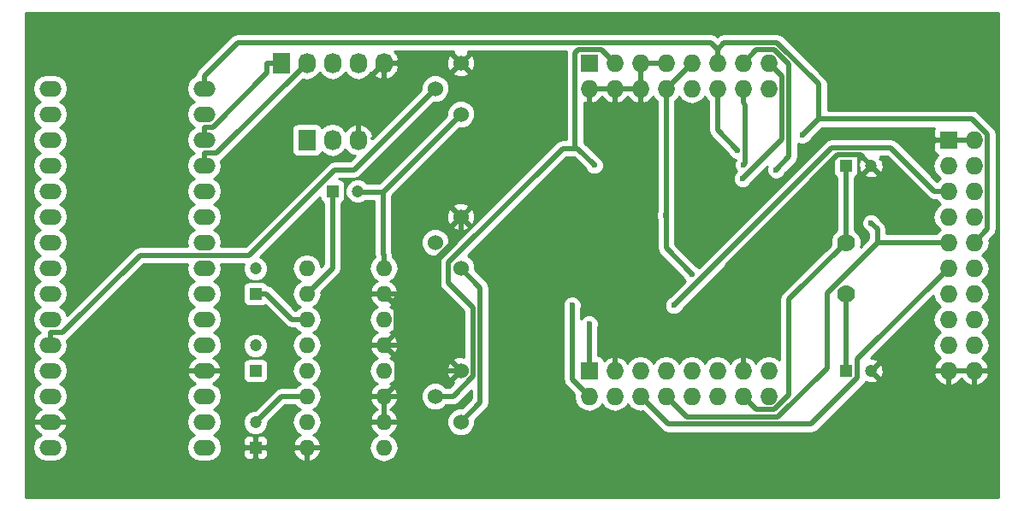
<source format=gbl>
G04 #@! TF.FileFunction,Copper,L2,Bot,Signal*
%FSLAX46Y46*%
G04 Gerber Fmt 4.6, Leading zero omitted, Abs format (unit mm)*
G04 Created by KiCad (PCBNEW 4.0.5) date 12/27/16 23:39:24*
%MOMM*%
%LPD*%
G01*
G04 APERTURE LIST*
%ADD10C,0.100000*%
%ADD11R,1.200000X1.200000*%
%ADD12C,1.200000*%
%ADD13O,2.199640X1.524000*%
%ADD14O,2.197100X1.524000*%
%ADD15R,1.727200X2.032000*%
%ADD16O,1.727200X2.032000*%
%ADD17R,1.727200X1.727200*%
%ADD18O,1.727200X1.727200*%
%ADD19C,1.524000*%
%ADD20O,1.600000X1.600000*%
%ADD21C,1.778000*%
%ADD22C,0.600000*%
%ADD23C,0.500000*%
%ADD24C,0.254000*%
G04 APERTURE END LIST*
D10*
D11*
X73660000Y-68580000D03*
D12*
X73660000Y-66080000D03*
D11*
X73660000Y-76200000D03*
D12*
X73660000Y-73700000D03*
D11*
X81280000Y-58420000D03*
D12*
X83780000Y-58420000D03*
D11*
X73660000Y-83820000D03*
D12*
X73660000Y-81320000D03*
D11*
X132080000Y-55880000D03*
D12*
X134580000Y-55880000D03*
D11*
X132080000Y-76200000D03*
D12*
X134580000Y-76200000D03*
D13*
X68580000Y-83820000D03*
X68580000Y-81280000D03*
X68580000Y-78740000D03*
X68580000Y-76200000D03*
X68580000Y-73660000D03*
X68580000Y-71120000D03*
X68580000Y-68580000D03*
X68580000Y-66040000D03*
X68580000Y-63500000D03*
X68580000Y-60960000D03*
X68580000Y-58420000D03*
X68580000Y-55880000D03*
X68580000Y-53340000D03*
X68580000Y-50800000D03*
X68580000Y-48260000D03*
X53340000Y-48260000D03*
X53340000Y-50800000D03*
X53340000Y-53340000D03*
X53340000Y-55880000D03*
D14*
X53340000Y-58420000D03*
X53340000Y-60960000D03*
X53340000Y-63500000D03*
X53340000Y-66040000D03*
X53340000Y-68580000D03*
X53340000Y-71120000D03*
X53340000Y-73660000D03*
X53340000Y-76200000D03*
X53340000Y-78740000D03*
X53340000Y-81280000D03*
X53340000Y-83820000D03*
D15*
X78740000Y-53340000D03*
D16*
X81280000Y-53340000D03*
X83820000Y-53340000D03*
D17*
X142240000Y-53340000D03*
D18*
X144780000Y-53340000D03*
X142240000Y-55880000D03*
X144780000Y-55880000D03*
X142240000Y-58420000D03*
X144780000Y-58420000D03*
X142240000Y-60960000D03*
X144780000Y-60960000D03*
X142240000Y-63500000D03*
X144780000Y-63500000D03*
X142240000Y-66040000D03*
X144780000Y-66040000D03*
X142240000Y-68580000D03*
X144780000Y-68580000D03*
X142240000Y-71120000D03*
X144780000Y-71120000D03*
X142240000Y-73660000D03*
X144780000Y-73660000D03*
X142240000Y-76200000D03*
X144780000Y-76200000D03*
D15*
X76200000Y-45720000D03*
D16*
X78740000Y-45720000D03*
X81280000Y-45720000D03*
X83820000Y-45720000D03*
X86360000Y-45720000D03*
D17*
X106680000Y-76200000D03*
D18*
X106680000Y-78740000D03*
X109220000Y-76200000D03*
X109220000Y-78740000D03*
X111760000Y-76200000D03*
X111760000Y-78740000D03*
X114300000Y-76200000D03*
X114300000Y-78740000D03*
X116840000Y-76200000D03*
X116840000Y-78740000D03*
X119380000Y-76200000D03*
X119380000Y-78740000D03*
X121920000Y-76200000D03*
X121920000Y-78740000D03*
X124460000Y-76200000D03*
X124460000Y-78740000D03*
D17*
X106680000Y-45720000D03*
D18*
X106680000Y-48260000D03*
X109220000Y-45720000D03*
X109220000Y-48260000D03*
X111760000Y-45720000D03*
X111760000Y-48260000D03*
X114300000Y-45720000D03*
X114300000Y-48260000D03*
X116840000Y-45720000D03*
X116840000Y-48260000D03*
X119380000Y-45720000D03*
X119380000Y-48260000D03*
X121920000Y-45720000D03*
X121920000Y-48260000D03*
X124460000Y-45720000D03*
X124460000Y-48260000D03*
D19*
X91440000Y-48260000D03*
X93980000Y-45720000D03*
X93980000Y-50800000D03*
X91440000Y-63500000D03*
X93980000Y-60960000D03*
X93980000Y-66040000D03*
X91440000Y-78740000D03*
X93980000Y-76200000D03*
X93980000Y-81280000D03*
D20*
X78740000Y-66040000D03*
X78740000Y-68580000D03*
X78740000Y-71120000D03*
X78740000Y-73660000D03*
X78740000Y-76200000D03*
X78740000Y-78740000D03*
X78740000Y-81280000D03*
X78740000Y-83820000D03*
X86360000Y-83820000D03*
X86360000Y-81280000D03*
X86360000Y-78740000D03*
X86360000Y-76200000D03*
X86360000Y-73660000D03*
X86360000Y-71120000D03*
X86360000Y-68580000D03*
X86360000Y-66040000D03*
D21*
X132080000Y-63500000D03*
X132080000Y-68580000D03*
D22*
X106680000Y-71563000D03*
X109610200Y-66758500D03*
X127817600Y-52859100D03*
X121400600Y-54408700D03*
X116919300Y-66684100D03*
X114220200Y-60832200D03*
X125196000Y-56285400D03*
X115070100Y-69726500D03*
X134593200Y-61556100D03*
X105004700Y-69712500D03*
X107202500Y-55850700D03*
X121992000Y-55779300D03*
X121862000Y-57185500D03*
D23*
X73660000Y-68580000D02*
X74760000Y-68580000D01*
X77300000Y-71120000D02*
X74760000Y-68580000D01*
X78740000Y-71120000D02*
X77300000Y-71120000D01*
X106680000Y-71563000D02*
X106680000Y-74836400D01*
X106680000Y-76200000D02*
X106680000Y-74836400D01*
X81280000Y-66040000D02*
X81280000Y-58420000D01*
X78740000Y-68580000D02*
X81280000Y-66040000D01*
X86360000Y-66040000D02*
X86360000Y-64740000D01*
X86291700Y-64671700D02*
X86360000Y-64740000D01*
X86291700Y-58488300D02*
X86291700Y-64671700D01*
X93980000Y-50800000D02*
X86291700Y-58488300D01*
X83848300Y-58488300D02*
X83780000Y-58420000D01*
X86291700Y-58488300D02*
X83848300Y-58488300D01*
X109426300Y-66758500D02*
X109610200Y-66758500D01*
X109426300Y-66758500D02*
X109426300Y-71164300D01*
X109426300Y-49829900D02*
X109426300Y-66758500D01*
X109220000Y-49623600D02*
X109426300Y-49829900D01*
X133529600Y-54829600D02*
X134580000Y-55880000D01*
X131291400Y-54829600D02*
X133529600Y-54829600D01*
X120350100Y-65770900D02*
X131291400Y-54829600D01*
X120350100Y-71164300D02*
X120350100Y-65770900D01*
X120350100Y-73266500D02*
X120350100Y-71164300D01*
X121920000Y-74836400D02*
X120350100Y-73266500D01*
X120350100Y-71164300D02*
X109426300Y-71164300D01*
X109426300Y-74630100D02*
X109220000Y-74836400D01*
X109426300Y-71164300D02*
X109426300Y-74630100D01*
X109220000Y-76200000D02*
X109220000Y-74836400D01*
X121920000Y-76200000D02*
X121920000Y-74836400D01*
X109220000Y-48260000D02*
X109220000Y-49623600D01*
X83820000Y-48260000D02*
X86360000Y-45720000D01*
X83820000Y-53340000D02*
X83820000Y-48260000D01*
X111760000Y-48260000D02*
X111760000Y-47083600D01*
X111760000Y-45720000D02*
X111760000Y-47083600D01*
X87610400Y-72409600D02*
X86360000Y-73660000D01*
X87610400Y-69830400D02*
X87610400Y-72409600D01*
X87231900Y-69451800D02*
X87610400Y-69830400D01*
X86360000Y-68580000D02*
X87231900Y-69451800D01*
X93980000Y-62703700D02*
X93980000Y-60960000D01*
X87231900Y-69451800D02*
X93980000Y-62703700D01*
X87649600Y-77450400D02*
X86360000Y-78740000D01*
X87649600Y-76200000D02*
X87649600Y-77450400D01*
X87649600Y-74949600D02*
X87649600Y-76200000D01*
X86360000Y-73660000D02*
X87649600Y-74949600D01*
X87649600Y-76200000D02*
X93980000Y-76200000D01*
X86360000Y-78740000D02*
X86360000Y-81280000D01*
X76240000Y-78740000D02*
X73660000Y-81320000D01*
X78740000Y-78740000D02*
X76240000Y-78740000D01*
X123234700Y-80054700D02*
X121920000Y-78740000D01*
X125016200Y-80054700D02*
X123234700Y-80054700D01*
X126436300Y-78634600D02*
X125016200Y-80054700D01*
X126436300Y-69143700D02*
X126436300Y-78634600D01*
X132080000Y-63500000D02*
X126436300Y-69143700D01*
X132080000Y-56980000D02*
X132080000Y-63500000D01*
X132080000Y-55880000D02*
X132080000Y-56980000D01*
X132080000Y-68580000D02*
X132080000Y-76200000D01*
X68580000Y-55880000D02*
X68580000Y-54618000D01*
X69842000Y-54618000D02*
X68580000Y-54618000D01*
X78740000Y-45720000D02*
X69842000Y-54618000D01*
X68580000Y-53340000D02*
X68580000Y-52078000D01*
X76200000Y-45720000D02*
X74836400Y-45720000D01*
X69440800Y-52078000D02*
X68580000Y-52078000D01*
X74836400Y-46682400D02*
X69440800Y-52078000D01*
X74836400Y-45720000D02*
X74836400Y-46682400D01*
X71894200Y-43683800D02*
X68580000Y-46998000D01*
X118707400Y-43683800D02*
X71894200Y-43683800D01*
X119380000Y-44356400D02*
X118707400Y-43683800D01*
X120036300Y-43700100D02*
X119380000Y-44356400D01*
X125305700Y-43700100D02*
X120036300Y-43700100D01*
X129420700Y-47815100D02*
X125305700Y-43700100D01*
X129420700Y-51256000D02*
X129420700Y-47815100D01*
X119380000Y-45720000D02*
X119380000Y-44356400D01*
X68580000Y-48260000D02*
X68580000Y-46998000D01*
X129420700Y-51256000D02*
X127817600Y-52859100D01*
X144602600Y-51256000D02*
X129420700Y-51256000D01*
X146132700Y-52786100D02*
X144602600Y-51256000D01*
X146132700Y-62147300D02*
X146132700Y-52786100D01*
X144780000Y-63500000D02*
X146132700Y-62147300D01*
X119380000Y-52388100D02*
X121400600Y-54408700D01*
X119380000Y-48260000D02*
X119380000Y-52388100D01*
X53340000Y-73660000D02*
X53340000Y-72398000D01*
X54602000Y-72398000D02*
X53340000Y-72398000D01*
X62230000Y-64770000D02*
X54602000Y-72398000D01*
X73034500Y-64770000D02*
X62230000Y-64770000D01*
X81509100Y-56295400D02*
X73034500Y-64770000D01*
X83404600Y-56295400D02*
X81509100Y-56295400D01*
X91440000Y-48260000D02*
X83404600Y-56295400D01*
X114300000Y-64064800D02*
X116919300Y-66684100D01*
X114300000Y-60832200D02*
X114300000Y-64064800D01*
X114300000Y-48260000D02*
X114300000Y-60832200D01*
X114300000Y-60832200D02*
X114220200Y-60832200D01*
X95920900Y-79339100D02*
X93980000Y-81280000D01*
X95920900Y-67980900D02*
X95920900Y-79339100D01*
X93980000Y-66040000D02*
X95920900Y-67980900D01*
X116840000Y-45720000D02*
X114300000Y-48260000D01*
X123239500Y-44400500D02*
X121920000Y-45720000D01*
X125007100Y-44400500D02*
X123239500Y-44400500D01*
X126474400Y-45867800D02*
X125007100Y-44400500D01*
X126474400Y-55007000D02*
X126474400Y-45867800D01*
X125196000Y-56285400D02*
X126474400Y-55007000D01*
X142240000Y-58420000D02*
X140876400Y-58420000D01*
X130689100Y-54107500D02*
X115070100Y-69726500D01*
X136563900Y-54107500D02*
X130689100Y-54107500D01*
X140876400Y-58420000D02*
X136563900Y-54107500D01*
X135238700Y-62201600D02*
X134593200Y-61556100D01*
X135238700Y-63500000D02*
X135238700Y-62201600D01*
X135238700Y-63500000D02*
X142240000Y-63500000D01*
X130233700Y-68505000D02*
X135238700Y-63500000D01*
X130233700Y-75926200D02*
X130233700Y-68505000D01*
X125378200Y-80781700D02*
X130233700Y-75926200D01*
X116341700Y-80781700D02*
X125378200Y-80781700D01*
X114300000Y-78740000D02*
X116341700Y-80781700D01*
X114502100Y-81482100D02*
X111760000Y-78740000D01*
X128692500Y-81482100D02*
X114502100Y-81482100D01*
X133235400Y-76939200D02*
X128692500Y-81482100D01*
X133235400Y-75044600D02*
X133235400Y-76939200D01*
X142240000Y-66040000D02*
X133235400Y-75044600D01*
X105004700Y-77064700D02*
X106680000Y-78740000D01*
X105004700Y-69712500D02*
X105004700Y-77064700D01*
X93221800Y-78740000D02*
X91440000Y-78740000D01*
X95192400Y-76769400D02*
X93221800Y-78740000D01*
X95192400Y-69967000D02*
X95192400Y-76769400D01*
X92753800Y-67528400D02*
X95192400Y-69967000D01*
X92753800Y-65509200D02*
X92753800Y-67528400D01*
X104070700Y-54192300D02*
X92753800Y-65509200D01*
X105315300Y-54192300D02*
X104070700Y-54192300D01*
X105544100Y-54192300D02*
X107202500Y-55850700D01*
X105315300Y-54192300D02*
X105544100Y-54192300D01*
X107906000Y-44406000D02*
X109220000Y-45720000D01*
X105611600Y-44406000D02*
X107906000Y-44406000D01*
X105315300Y-44702300D02*
X105611600Y-44406000D01*
X105315300Y-54192300D02*
X105315300Y-44702300D01*
X121920000Y-48260000D02*
X121920000Y-49623600D01*
X122164600Y-49868200D02*
X121920000Y-49623600D01*
X122164600Y-55606700D02*
X122164600Y-49868200D01*
X121992000Y-55779300D02*
X122164600Y-55606700D01*
X125774000Y-53273500D02*
X121862000Y-57185500D01*
X125774000Y-47034000D02*
X125774000Y-53273500D01*
X124460000Y-45720000D02*
X125774000Y-47034000D01*
D24*
G36*
X147193000Y-88773000D02*
X50927000Y-88773000D01*
X50927000Y-83820000D01*
X51572488Y-83820000D01*
X51678828Y-84354609D01*
X51981660Y-84807828D01*
X52434879Y-85110660D01*
X52969488Y-85217000D01*
X53710512Y-85217000D01*
X54245121Y-85110660D01*
X54698340Y-84807828D01*
X55001172Y-84354609D01*
X55107512Y-83820000D01*
X55001172Y-83285391D01*
X54698340Y-82832172D01*
X54263107Y-82541358D01*
X54328491Y-82522059D01*
X54754180Y-82178026D01*
X55015810Y-81697277D01*
X55030770Y-81623070D01*
X54908270Y-81407000D01*
X53467000Y-81407000D01*
X53467000Y-81427000D01*
X53213000Y-81427000D01*
X53213000Y-81407000D01*
X51771730Y-81407000D01*
X51649230Y-81623070D01*
X51664190Y-81697277D01*
X51925820Y-82178026D01*
X52351509Y-82522059D01*
X52416893Y-82541358D01*
X51981660Y-82832172D01*
X51678828Y-83285391D01*
X51572488Y-83820000D01*
X50927000Y-83820000D01*
X50927000Y-48260000D01*
X51571193Y-48260000D01*
X51677533Y-48794609D01*
X51980365Y-49247828D01*
X52402664Y-49530000D01*
X51980365Y-49812172D01*
X51677533Y-50265391D01*
X51571193Y-50800000D01*
X51677533Y-51334609D01*
X51980365Y-51787828D01*
X52402664Y-52070000D01*
X51980365Y-52352172D01*
X51677533Y-52805391D01*
X51571193Y-53340000D01*
X51677533Y-53874609D01*
X51980365Y-54327828D01*
X52402664Y-54610000D01*
X51980365Y-54892172D01*
X51677533Y-55345391D01*
X51571193Y-55880000D01*
X51677533Y-56414609D01*
X51980365Y-56867828D01*
X52403312Y-57150433D01*
X51981660Y-57432172D01*
X51678828Y-57885391D01*
X51572488Y-58420000D01*
X51678828Y-58954609D01*
X51981660Y-59407828D01*
X52403959Y-59690000D01*
X51981660Y-59972172D01*
X51678828Y-60425391D01*
X51572488Y-60960000D01*
X51678828Y-61494609D01*
X51981660Y-61947828D01*
X52403959Y-62230000D01*
X51981660Y-62512172D01*
X51678828Y-62965391D01*
X51572488Y-63500000D01*
X51678828Y-64034609D01*
X51981660Y-64487828D01*
X52403959Y-64770000D01*
X51981660Y-65052172D01*
X51678828Y-65505391D01*
X51572488Y-66040000D01*
X51678828Y-66574609D01*
X51981660Y-67027828D01*
X52403959Y-67310000D01*
X51981660Y-67592172D01*
X51678828Y-68045391D01*
X51572488Y-68580000D01*
X51678828Y-69114609D01*
X51981660Y-69567828D01*
X52403959Y-69850000D01*
X51981660Y-70132172D01*
X51678828Y-70585391D01*
X51572488Y-71120000D01*
X51678828Y-71654609D01*
X51981660Y-72107828D01*
X52403959Y-72390000D01*
X51981660Y-72672172D01*
X51678828Y-73125391D01*
X51572488Y-73660000D01*
X51678828Y-74194609D01*
X51981660Y-74647828D01*
X52403959Y-74930000D01*
X51981660Y-75212172D01*
X51678828Y-75665391D01*
X51572488Y-76200000D01*
X51678828Y-76734609D01*
X51981660Y-77187828D01*
X52403959Y-77470000D01*
X51981660Y-77752172D01*
X51678828Y-78205391D01*
X51572488Y-78740000D01*
X51678828Y-79274609D01*
X51981660Y-79727828D01*
X52416893Y-80018642D01*
X52351509Y-80037941D01*
X51925820Y-80381974D01*
X51664190Y-80862723D01*
X51649230Y-80936930D01*
X51771730Y-81153000D01*
X53213000Y-81153000D01*
X53213000Y-81133000D01*
X53467000Y-81133000D01*
X53467000Y-81153000D01*
X54908270Y-81153000D01*
X55030770Y-80936930D01*
X55015810Y-80862723D01*
X54754180Y-80381974D01*
X54328491Y-80037941D01*
X54263107Y-80018642D01*
X54698340Y-79727828D01*
X55001172Y-79274609D01*
X55107512Y-78740000D01*
X66811193Y-78740000D01*
X66917533Y-79274609D01*
X67220365Y-79727828D01*
X67642664Y-80010000D01*
X67220365Y-80292172D01*
X66917533Y-80745391D01*
X66811193Y-81280000D01*
X66917533Y-81814609D01*
X67220365Y-82267828D01*
X67642664Y-82550000D01*
X67220365Y-82832172D01*
X66917533Y-83285391D01*
X66811193Y-83820000D01*
X66917533Y-84354609D01*
X67220365Y-84807828D01*
X67673584Y-85110660D01*
X68208193Y-85217000D01*
X68951807Y-85217000D01*
X69486416Y-85110660D01*
X69939635Y-84807828D01*
X70242467Y-84354609D01*
X70291967Y-84105750D01*
X72425000Y-84105750D01*
X72425000Y-84546309D01*
X72521673Y-84779698D01*
X72700301Y-84958327D01*
X72933690Y-85055000D01*
X73374250Y-85055000D01*
X73533000Y-84896250D01*
X73533000Y-83947000D01*
X73787000Y-83947000D01*
X73787000Y-84896250D01*
X73945750Y-85055000D01*
X74386310Y-85055000D01*
X74619699Y-84958327D01*
X74798327Y-84779698D01*
X74895000Y-84546309D01*
X74895000Y-84169039D01*
X77348096Y-84169039D01*
X77508959Y-84557423D01*
X77884866Y-84972389D01*
X78390959Y-85211914D01*
X78613000Y-85090629D01*
X78613000Y-83947000D01*
X78867000Y-83947000D01*
X78867000Y-85090629D01*
X79089041Y-85211914D01*
X79595134Y-84972389D01*
X79971041Y-84557423D01*
X80131904Y-84169039D01*
X80009915Y-83947000D01*
X78867000Y-83947000D01*
X78613000Y-83947000D01*
X77470085Y-83947000D01*
X77348096Y-84169039D01*
X74895000Y-84169039D01*
X74895000Y-84105750D01*
X74736250Y-83947000D01*
X73787000Y-83947000D01*
X73533000Y-83947000D01*
X72583750Y-83947000D01*
X72425000Y-84105750D01*
X70291967Y-84105750D01*
X70348807Y-83820000D01*
X84896887Y-83820000D01*
X85006120Y-84369151D01*
X85317189Y-84834698D01*
X85782736Y-85145767D01*
X86331887Y-85255000D01*
X86388113Y-85255000D01*
X86937264Y-85145767D01*
X87402811Y-84834698D01*
X87713880Y-84369151D01*
X87823113Y-83820000D01*
X87713880Y-83270849D01*
X87402811Y-82805302D01*
X86998297Y-82535014D01*
X87215134Y-82432389D01*
X87591041Y-82017423D01*
X87751904Y-81629039D01*
X87629915Y-81407000D01*
X86487000Y-81407000D01*
X86487000Y-81427000D01*
X86233000Y-81427000D01*
X86233000Y-81407000D01*
X85090085Y-81407000D01*
X84968096Y-81629039D01*
X85128959Y-82017423D01*
X85504866Y-82432389D01*
X85721703Y-82535014D01*
X85317189Y-82805302D01*
X85006120Y-83270849D01*
X84896887Y-83820000D01*
X70348807Y-83820000D01*
X70242467Y-83285391D01*
X70114377Y-83093691D01*
X72425000Y-83093691D01*
X72425000Y-83534250D01*
X72583750Y-83693000D01*
X73533000Y-83693000D01*
X73533000Y-82743750D01*
X73787000Y-82743750D01*
X73787000Y-83693000D01*
X74736250Y-83693000D01*
X74895000Y-83534250D01*
X74895000Y-83093691D01*
X74798327Y-82860302D01*
X74619699Y-82681673D01*
X74386310Y-82585000D01*
X73945750Y-82585000D01*
X73787000Y-82743750D01*
X73533000Y-82743750D01*
X73374250Y-82585000D01*
X72933690Y-82585000D01*
X72700301Y-82681673D01*
X72521673Y-82860302D01*
X72425000Y-83093691D01*
X70114377Y-83093691D01*
X69939635Y-82832172D01*
X69517336Y-82550000D01*
X69939635Y-82267828D01*
X70242467Y-81814609D01*
X70348807Y-81280000D01*
X70242467Y-80745391D01*
X69939635Y-80292172D01*
X69517336Y-80010000D01*
X69939635Y-79727828D01*
X70242467Y-79274609D01*
X70348807Y-78740000D01*
X70242467Y-78205391D01*
X69939635Y-77752172D01*
X69504394Y-77461353D01*
X69569761Y-77442059D01*
X69995450Y-77098026D01*
X70257080Y-76617277D01*
X70272040Y-76543070D01*
X70149540Y-76327000D01*
X68707000Y-76327000D01*
X68707000Y-76347000D01*
X68453000Y-76347000D01*
X68453000Y-76327000D01*
X67010460Y-76327000D01*
X66887960Y-76543070D01*
X66902920Y-76617277D01*
X67164550Y-77098026D01*
X67590239Y-77442059D01*
X67655606Y-77461353D01*
X67220365Y-77752172D01*
X66917533Y-78205391D01*
X66811193Y-78740000D01*
X55107512Y-78740000D01*
X55001172Y-78205391D01*
X54698340Y-77752172D01*
X54276041Y-77470000D01*
X54698340Y-77187828D01*
X55001172Y-76734609D01*
X55107512Y-76200000D01*
X55001172Y-75665391D01*
X54698340Y-75212172D01*
X54276041Y-74930000D01*
X54698340Y-74647828D01*
X55001172Y-74194609D01*
X55107512Y-73660000D01*
X55009919Y-73169366D01*
X55227790Y-73023790D01*
X62596579Y-65655000D01*
X66887774Y-65655000D01*
X66811193Y-66040000D01*
X66917533Y-66574609D01*
X67220365Y-67027828D01*
X67642664Y-67310000D01*
X67220365Y-67592172D01*
X66917533Y-68045391D01*
X66811193Y-68580000D01*
X66917533Y-69114609D01*
X67220365Y-69567828D01*
X67642664Y-69850000D01*
X67220365Y-70132172D01*
X66917533Y-70585391D01*
X66811193Y-71120000D01*
X66917533Y-71654609D01*
X67220365Y-72107828D01*
X67642664Y-72390000D01*
X67220365Y-72672172D01*
X66917533Y-73125391D01*
X66811193Y-73660000D01*
X66917533Y-74194609D01*
X67220365Y-74647828D01*
X67655606Y-74938647D01*
X67590239Y-74957941D01*
X67164550Y-75301974D01*
X66902920Y-75782723D01*
X66887960Y-75856930D01*
X67010460Y-76073000D01*
X68453000Y-76073000D01*
X68453000Y-76053000D01*
X68707000Y-76053000D01*
X68707000Y-76073000D01*
X70149540Y-76073000D01*
X70272040Y-75856930D01*
X70257080Y-75782723D01*
X70157640Y-75600000D01*
X72412560Y-75600000D01*
X72412560Y-76800000D01*
X72456838Y-77035317D01*
X72595910Y-77251441D01*
X72808110Y-77396431D01*
X73060000Y-77447440D01*
X74260000Y-77447440D01*
X74495317Y-77403162D01*
X74711441Y-77264090D01*
X74856431Y-77051890D01*
X74907440Y-76800000D01*
X74907440Y-75600000D01*
X74863162Y-75364683D01*
X74724090Y-75148559D01*
X74511890Y-75003569D01*
X74260000Y-74952560D01*
X73060000Y-74952560D01*
X72824683Y-74996838D01*
X72608559Y-75135910D01*
X72463569Y-75348110D01*
X72412560Y-75600000D01*
X70157640Y-75600000D01*
X69995450Y-75301974D01*
X69569761Y-74957941D01*
X69504394Y-74938647D01*
X69939635Y-74647828D01*
X70242467Y-74194609D01*
X70292200Y-73944579D01*
X72424786Y-73944579D01*
X72612408Y-74398657D01*
X72959515Y-74746371D01*
X73413266Y-74934785D01*
X73904579Y-74935214D01*
X74358657Y-74747592D01*
X74706371Y-74400485D01*
X74894785Y-73946734D01*
X74895214Y-73455421D01*
X74707592Y-73001343D01*
X74360485Y-72653629D01*
X73906734Y-72465215D01*
X73415421Y-72464786D01*
X72961343Y-72652408D01*
X72613629Y-72999515D01*
X72425215Y-73453266D01*
X72424786Y-73944579D01*
X70292200Y-73944579D01*
X70348807Y-73660000D01*
X70242467Y-73125391D01*
X69939635Y-72672172D01*
X69517336Y-72390000D01*
X69939635Y-72107828D01*
X70242467Y-71654609D01*
X70348807Y-71120000D01*
X70242467Y-70585391D01*
X69939635Y-70132172D01*
X69517336Y-69850000D01*
X69939635Y-69567828D01*
X70242467Y-69114609D01*
X70348807Y-68580000D01*
X70242467Y-68045391D01*
X69939635Y-67592172D01*
X69517336Y-67310000D01*
X69939635Y-67027828D01*
X70242467Y-66574609D01*
X70348807Y-66040000D01*
X70272226Y-65655000D01*
X72499238Y-65655000D01*
X72425215Y-65833266D01*
X72424786Y-66324579D01*
X72612408Y-66778657D01*
X72959515Y-67126371D01*
X73413266Y-67314785D01*
X73904579Y-67315214D01*
X74358657Y-67127592D01*
X74706371Y-66780485D01*
X74894785Y-66326734D01*
X74895214Y-65835421D01*
X74707592Y-65381343D01*
X74360485Y-65033629D01*
X74121632Y-64934448D01*
X80033117Y-59022962D01*
X80076838Y-59255317D01*
X80215910Y-59471441D01*
X80395000Y-59593808D01*
X80395000Y-65673421D01*
X80174130Y-65894291D01*
X80093880Y-65490849D01*
X79782811Y-65025302D01*
X79317264Y-64714233D01*
X78768113Y-64605000D01*
X78711887Y-64605000D01*
X78162736Y-64714233D01*
X77697189Y-65025302D01*
X77386120Y-65490849D01*
X77276887Y-66040000D01*
X77386120Y-66589151D01*
X77697189Y-67054698D01*
X78079275Y-67310000D01*
X77697189Y-67565302D01*
X77386120Y-68030849D01*
X77276887Y-68580000D01*
X77386120Y-69129151D01*
X77697189Y-69594698D01*
X78079275Y-69850000D01*
X77697189Y-70105302D01*
X77632979Y-70201399D01*
X75385790Y-67954210D01*
X75273544Y-67879210D01*
X75098675Y-67762367D01*
X75042484Y-67751190D01*
X74841641Y-67711239D01*
X74724090Y-67528559D01*
X74511890Y-67383569D01*
X74260000Y-67332560D01*
X73060000Y-67332560D01*
X72824683Y-67376838D01*
X72608559Y-67515910D01*
X72463569Y-67728110D01*
X72412560Y-67980000D01*
X72412560Y-69180000D01*
X72456838Y-69415317D01*
X72595910Y-69631441D01*
X72808110Y-69776431D01*
X73060000Y-69827440D01*
X74260000Y-69827440D01*
X74495317Y-69783162D01*
X74626907Y-69698486D01*
X76674208Y-71745787D01*
X76674210Y-71745790D01*
X76961325Y-71937633D01*
X77300000Y-72005000D01*
X77610527Y-72005000D01*
X77697189Y-72134698D01*
X78079275Y-72390000D01*
X77697189Y-72645302D01*
X77386120Y-73110849D01*
X77276887Y-73660000D01*
X77386120Y-74209151D01*
X77697189Y-74674698D01*
X78079275Y-74930000D01*
X77697189Y-75185302D01*
X77386120Y-75650849D01*
X77276887Y-76200000D01*
X77386120Y-76749151D01*
X77697189Y-77214698D01*
X78079275Y-77470000D01*
X77697189Y-77725302D01*
X77610527Y-77855000D01*
X76240005Y-77855000D01*
X76240000Y-77854999D01*
X75957516Y-77911190D01*
X75901325Y-77922367D01*
X75614210Y-78114210D01*
X75614208Y-78114213D01*
X73643435Y-80084985D01*
X73415421Y-80084786D01*
X72961343Y-80272408D01*
X72613629Y-80619515D01*
X72425215Y-81073266D01*
X72424786Y-81564579D01*
X72612408Y-82018657D01*
X72959515Y-82366371D01*
X73413266Y-82554785D01*
X73904579Y-82555214D01*
X74358657Y-82367592D01*
X74706371Y-82020485D01*
X74894785Y-81566734D01*
X74894986Y-81336594D01*
X76606579Y-79625000D01*
X77610527Y-79625000D01*
X77697189Y-79754698D01*
X78079275Y-80010000D01*
X77697189Y-80265302D01*
X77386120Y-80730849D01*
X77276887Y-81280000D01*
X77386120Y-81829151D01*
X77697189Y-82294698D01*
X78101703Y-82564986D01*
X77884866Y-82667611D01*
X77508959Y-83082577D01*
X77348096Y-83470961D01*
X77470085Y-83693000D01*
X78613000Y-83693000D01*
X78613000Y-83673000D01*
X78867000Y-83673000D01*
X78867000Y-83693000D01*
X80009915Y-83693000D01*
X80131904Y-83470961D01*
X79971041Y-83082577D01*
X79595134Y-82667611D01*
X79378297Y-82564986D01*
X79782811Y-82294698D01*
X80093880Y-81829151D01*
X80203113Y-81280000D01*
X80093880Y-80730849D01*
X79782811Y-80265302D01*
X79400725Y-80010000D01*
X79782811Y-79754698D01*
X80093880Y-79289151D01*
X80133684Y-79089039D01*
X84968096Y-79089039D01*
X85128959Y-79477423D01*
X85504866Y-79892389D01*
X85753367Y-80010000D01*
X85504866Y-80127611D01*
X85128959Y-80542577D01*
X84968096Y-80930961D01*
X85090085Y-81153000D01*
X86233000Y-81153000D01*
X86233000Y-78867000D01*
X86487000Y-78867000D01*
X86487000Y-81153000D01*
X87629915Y-81153000D01*
X87751904Y-80930961D01*
X87591041Y-80542577D01*
X87215134Y-80127611D01*
X86966633Y-80010000D01*
X87215134Y-79892389D01*
X87591041Y-79477423D01*
X87751904Y-79089039D01*
X87629915Y-78867000D01*
X86487000Y-78867000D01*
X86233000Y-78867000D01*
X85090085Y-78867000D01*
X84968096Y-79089039D01*
X80133684Y-79089039D01*
X80203113Y-78740000D01*
X80093880Y-78190849D01*
X79782811Y-77725302D01*
X79400725Y-77470000D01*
X79782811Y-77214698D01*
X80093880Y-76749151D01*
X80203113Y-76200000D01*
X84896887Y-76200000D01*
X85006120Y-76749151D01*
X85317189Y-77214698D01*
X85721703Y-77484986D01*
X85504866Y-77587611D01*
X85128959Y-78002577D01*
X84968096Y-78390961D01*
X85090085Y-78613000D01*
X86233000Y-78613000D01*
X86233000Y-78593000D01*
X86487000Y-78593000D01*
X86487000Y-78613000D01*
X87629915Y-78613000D01*
X87751904Y-78390961D01*
X87591041Y-78002577D01*
X87215134Y-77587611D01*
X86998297Y-77484986D01*
X87402811Y-77214698D01*
X87713880Y-76749151D01*
X87823113Y-76200000D01*
X87781800Y-75992302D01*
X92570856Y-75992302D01*
X92598638Y-76547368D01*
X92757603Y-76931143D01*
X92999787Y-77000608D01*
X93800395Y-76200000D01*
X92999787Y-75399392D01*
X92757603Y-75468857D01*
X92570856Y-75992302D01*
X87781800Y-75992302D01*
X87713880Y-75650849D01*
X87402811Y-75185302D01*
X86998297Y-74915014D01*
X87215134Y-74812389D01*
X87591041Y-74397423D01*
X87751904Y-74009039D01*
X87629915Y-73787000D01*
X86487000Y-73787000D01*
X86487000Y-73807000D01*
X86233000Y-73807000D01*
X86233000Y-73787000D01*
X85090085Y-73787000D01*
X84968096Y-74009039D01*
X85128959Y-74397423D01*
X85504866Y-74812389D01*
X85721703Y-74915014D01*
X85317189Y-75185302D01*
X85006120Y-75650849D01*
X84896887Y-76200000D01*
X80203113Y-76200000D01*
X80093880Y-75650849D01*
X79782811Y-75185302D01*
X79400725Y-74930000D01*
X79782811Y-74674698D01*
X80093880Y-74209151D01*
X80203113Y-73660000D01*
X80093880Y-73110849D01*
X79782811Y-72645302D01*
X79400725Y-72390000D01*
X79782811Y-72134698D01*
X80093880Y-71669151D01*
X80203113Y-71120000D01*
X84896887Y-71120000D01*
X85006120Y-71669151D01*
X85317189Y-72134698D01*
X85721703Y-72404986D01*
X85504866Y-72507611D01*
X85128959Y-72922577D01*
X84968096Y-73310961D01*
X85090085Y-73533000D01*
X86233000Y-73533000D01*
X86233000Y-73513000D01*
X86487000Y-73513000D01*
X86487000Y-73533000D01*
X87629915Y-73533000D01*
X87751904Y-73310961D01*
X87591041Y-72922577D01*
X87215134Y-72507611D01*
X86998297Y-72404986D01*
X87402811Y-72134698D01*
X87713880Y-71669151D01*
X87823113Y-71120000D01*
X87713880Y-70570849D01*
X87402811Y-70105302D01*
X86998297Y-69835014D01*
X87215134Y-69732389D01*
X87591041Y-69317423D01*
X87751904Y-68929039D01*
X87629915Y-68707000D01*
X86487000Y-68707000D01*
X86487000Y-68727000D01*
X86233000Y-68727000D01*
X86233000Y-68707000D01*
X85090085Y-68707000D01*
X84968096Y-68929039D01*
X85128959Y-69317423D01*
X85504866Y-69732389D01*
X85721703Y-69835014D01*
X85317189Y-70105302D01*
X85006120Y-70570849D01*
X84896887Y-71120000D01*
X80203113Y-71120000D01*
X80093880Y-70570849D01*
X79782811Y-70105302D01*
X79400725Y-69850000D01*
X79782811Y-69594698D01*
X80093880Y-69129151D01*
X80203113Y-68580000D01*
X80168017Y-68403562D01*
X81905787Y-66665792D01*
X81905790Y-66665790D01*
X82097633Y-66378675D01*
X82165000Y-66040000D01*
X82165000Y-59591192D01*
X82331441Y-59484090D01*
X82476431Y-59271890D01*
X82527440Y-59020000D01*
X82527440Y-58664579D01*
X82544786Y-58664579D01*
X82732408Y-59118657D01*
X83079515Y-59466371D01*
X83533266Y-59654785D01*
X84024579Y-59655214D01*
X84478657Y-59467592D01*
X84573114Y-59373300D01*
X85406700Y-59373300D01*
X85406700Y-64671695D01*
X85406699Y-64671700D01*
X85448812Y-64883410D01*
X85458283Y-64931026D01*
X85317189Y-65025302D01*
X85006120Y-65490849D01*
X84896887Y-66040000D01*
X85006120Y-66589151D01*
X85317189Y-67054698D01*
X85721703Y-67324986D01*
X85504866Y-67427611D01*
X85128959Y-67842577D01*
X84968096Y-68230961D01*
X85090085Y-68453000D01*
X86233000Y-68453000D01*
X86233000Y-68433000D01*
X86487000Y-68433000D01*
X86487000Y-68453000D01*
X87629915Y-68453000D01*
X87751904Y-68230961D01*
X87591041Y-67842577D01*
X87215134Y-67427611D01*
X86998297Y-67324986D01*
X87402811Y-67054698D01*
X87713880Y-66589151D01*
X87823113Y-66040000D01*
X87713880Y-65490849D01*
X87402811Y-65025302D01*
X87245000Y-64919856D01*
X87245000Y-64740005D01*
X87245001Y-64740000D01*
X87183600Y-64431325D01*
X87177633Y-64401325D01*
X87176700Y-64399929D01*
X87176700Y-63776661D01*
X90042758Y-63776661D01*
X90254990Y-64290303D01*
X90647630Y-64683629D01*
X91160900Y-64896757D01*
X91716661Y-64897242D01*
X92230303Y-64685010D01*
X92623629Y-64292370D01*
X92836757Y-63779100D01*
X92837242Y-63223339D01*
X92625010Y-62709697D01*
X92232370Y-62316371D01*
X91719100Y-62103243D01*
X91163339Y-62102758D01*
X90649697Y-62314990D01*
X90256371Y-62707630D01*
X90043243Y-63220900D01*
X90042758Y-63776661D01*
X87176700Y-63776661D01*
X87176700Y-61940213D01*
X93179392Y-61940213D01*
X93248857Y-62182397D01*
X93772302Y-62369144D01*
X94327368Y-62341362D01*
X94711143Y-62182397D01*
X94780608Y-61940213D01*
X93980000Y-61139605D01*
X93179392Y-61940213D01*
X87176700Y-61940213D01*
X87176700Y-60752302D01*
X92570856Y-60752302D01*
X92598638Y-61307368D01*
X92757603Y-61691143D01*
X92999787Y-61760608D01*
X93800395Y-60960000D01*
X94159605Y-60960000D01*
X94960213Y-61760608D01*
X95202397Y-61691143D01*
X95389144Y-61167698D01*
X95361362Y-60612632D01*
X95202397Y-60228857D01*
X94960213Y-60159392D01*
X94159605Y-60960000D01*
X93800395Y-60960000D01*
X92999787Y-60159392D01*
X92757603Y-60228857D01*
X92570856Y-60752302D01*
X87176700Y-60752302D01*
X87176700Y-59979787D01*
X93179392Y-59979787D01*
X93980000Y-60780395D01*
X94780608Y-59979787D01*
X94711143Y-59737603D01*
X94187698Y-59550856D01*
X93632632Y-59578638D01*
X93248857Y-59737603D01*
X93179392Y-59979787D01*
X87176700Y-59979787D01*
X87176700Y-58854880D01*
X93834705Y-52196874D01*
X94256661Y-52197242D01*
X94770303Y-51985010D01*
X95163629Y-51592370D01*
X95376757Y-51079100D01*
X95377242Y-50523339D01*
X95165010Y-50009697D01*
X94772370Y-49616371D01*
X94259100Y-49403243D01*
X93703339Y-49402758D01*
X93189697Y-49614990D01*
X92796371Y-50007630D01*
X92583243Y-50520900D01*
X92582872Y-50945548D01*
X85925120Y-57603300D01*
X84709755Y-57603300D01*
X84480485Y-57373629D01*
X84026734Y-57185215D01*
X83535421Y-57184786D01*
X83081343Y-57372408D01*
X82733629Y-57719515D01*
X82545215Y-58173266D01*
X82544786Y-58664579D01*
X82527440Y-58664579D01*
X82527440Y-57820000D01*
X82483162Y-57584683D01*
X82344090Y-57368559D01*
X82131890Y-57223569D01*
X81918715Y-57180400D01*
X83404595Y-57180400D01*
X83404600Y-57180401D01*
X83687084Y-57124210D01*
X83743275Y-57113033D01*
X84030390Y-56921190D01*
X91294705Y-49656874D01*
X91716661Y-49657242D01*
X92230303Y-49445010D01*
X92623629Y-49052370D01*
X92836757Y-48539100D01*
X92837242Y-47983339D01*
X92625010Y-47469697D01*
X92232370Y-47076371D01*
X91719100Y-46863243D01*
X91163339Y-46862758D01*
X90649697Y-47074990D01*
X90256371Y-47467630D01*
X90043243Y-47980900D01*
X90042872Y-48405548D01*
X85235422Y-53212998D01*
X85160925Y-53212998D01*
X85305184Y-52978087D01*
X85111954Y-52425680D01*
X84722036Y-51989268D01*
X84194791Y-51735291D01*
X84179026Y-51732642D01*
X83947000Y-51853783D01*
X83947000Y-53213000D01*
X83967000Y-53213000D01*
X83967000Y-53467000D01*
X83947000Y-53467000D01*
X83947000Y-53487000D01*
X83693000Y-53487000D01*
X83693000Y-53467000D01*
X83673000Y-53467000D01*
X83673000Y-53213000D01*
X83693000Y-53213000D01*
X83693000Y-51853783D01*
X83460974Y-51732642D01*
X83445209Y-51735291D01*
X82917964Y-51989268D01*
X82546461Y-52405069D01*
X82339670Y-52095585D01*
X81853489Y-51770729D01*
X81280000Y-51656655D01*
X80706511Y-51770729D01*
X80220330Y-52095585D01*
X80210757Y-52109913D01*
X80206762Y-52088683D01*
X80067690Y-51872559D01*
X79855490Y-51727569D01*
X79603600Y-51676560D01*
X77876400Y-51676560D01*
X77641083Y-51720838D01*
X77424959Y-51859910D01*
X77279969Y-52072110D01*
X77228960Y-52324000D01*
X77228960Y-54356000D01*
X77273238Y-54591317D01*
X77412310Y-54807441D01*
X77624510Y-54952431D01*
X77876400Y-55003440D01*
X79603600Y-55003440D01*
X79838917Y-54959162D01*
X80055041Y-54820090D01*
X80200031Y-54607890D01*
X80208400Y-54566561D01*
X80220330Y-54584415D01*
X80706511Y-54909271D01*
X81280000Y-55023345D01*
X81853489Y-54909271D01*
X82339670Y-54584415D01*
X82546461Y-54274931D01*
X82917964Y-54690732D01*
X83445209Y-54944709D01*
X83460974Y-54947358D01*
X83544858Y-54903562D01*
X83038020Y-55410400D01*
X81509105Y-55410400D01*
X81509100Y-55410399D01*
X81170425Y-55477767D01*
X80883310Y-55669610D01*
X80883308Y-55669613D01*
X72667920Y-63885000D01*
X70272226Y-63885000D01*
X70348807Y-63500000D01*
X70242467Y-62965391D01*
X69939635Y-62512172D01*
X69517336Y-62230000D01*
X69939635Y-61947828D01*
X70242467Y-61494609D01*
X70348807Y-60960000D01*
X70242467Y-60425391D01*
X69939635Y-59972172D01*
X69517336Y-59690000D01*
X69939635Y-59407828D01*
X70242467Y-58954609D01*
X70348807Y-58420000D01*
X70242467Y-57885391D01*
X69939635Y-57432172D01*
X69517336Y-57150000D01*
X69939635Y-56867828D01*
X70242467Y-56414609D01*
X70348807Y-55880000D01*
X70251062Y-55388602D01*
X70467790Y-55243790D01*
X78379869Y-47331710D01*
X78740000Y-47403345D01*
X79313489Y-47289271D01*
X79799670Y-46964415D01*
X80010000Y-46649634D01*
X80220330Y-46964415D01*
X80706511Y-47289271D01*
X81280000Y-47403345D01*
X81853489Y-47289271D01*
X82339670Y-46964415D01*
X82550000Y-46649634D01*
X82760330Y-46964415D01*
X83246511Y-47289271D01*
X83820000Y-47403345D01*
X84393489Y-47289271D01*
X84879670Y-46964415D01*
X85086461Y-46654931D01*
X85457964Y-47070732D01*
X85985209Y-47324709D01*
X86000974Y-47327358D01*
X86233000Y-47206217D01*
X86233000Y-45847000D01*
X86487000Y-45847000D01*
X86487000Y-47206217D01*
X86719026Y-47327358D01*
X86734791Y-47324709D01*
X87262036Y-47070732D01*
X87593081Y-46700213D01*
X93179392Y-46700213D01*
X93248857Y-46942397D01*
X93772302Y-47129144D01*
X94327368Y-47101362D01*
X94711143Y-46942397D01*
X94780608Y-46700213D01*
X93980000Y-45899605D01*
X93179392Y-46700213D01*
X87593081Y-46700213D01*
X87651954Y-46634320D01*
X87845184Y-46081913D01*
X87700924Y-45847000D01*
X86487000Y-45847000D01*
X86233000Y-45847000D01*
X86213000Y-45847000D01*
X86213000Y-45593000D01*
X86233000Y-45593000D01*
X86233000Y-45573000D01*
X86487000Y-45573000D01*
X86487000Y-45593000D01*
X87700924Y-45593000D01*
X87750480Y-45512302D01*
X92570856Y-45512302D01*
X92598638Y-46067368D01*
X92757603Y-46451143D01*
X92999787Y-46520608D01*
X93800395Y-45720000D01*
X94159605Y-45720000D01*
X94960213Y-46520608D01*
X95202397Y-46451143D01*
X95389144Y-45927698D01*
X95361362Y-45372632D01*
X95202397Y-44988857D01*
X94960213Y-44919392D01*
X94159605Y-45720000D01*
X93800395Y-45720000D01*
X92999787Y-44919392D01*
X92757603Y-44988857D01*
X92570856Y-45512302D01*
X87750480Y-45512302D01*
X87845184Y-45358087D01*
X87651954Y-44805680D01*
X87440310Y-44568800D01*
X93228436Y-44568800D01*
X93179392Y-44739787D01*
X93980000Y-45540395D01*
X94780608Y-44739787D01*
X94731564Y-44568800D01*
X104456854Y-44568800D01*
X104430299Y-44702300D01*
X104430300Y-44702305D01*
X104430300Y-53307300D01*
X104070700Y-53307300D01*
X103732025Y-53374667D01*
X103444910Y-53566510D01*
X103444908Y-53566513D01*
X92128010Y-64883410D01*
X91936167Y-65170525D01*
X91936167Y-65170526D01*
X91868799Y-65509200D01*
X91868800Y-65509205D01*
X91868800Y-67528395D01*
X91868799Y-67528400D01*
X91915339Y-67762367D01*
X91936167Y-67867075D01*
X92128010Y-68154190D01*
X94307400Y-70333579D01*
X94307400Y-74833562D01*
X94187698Y-74790856D01*
X93632632Y-74818638D01*
X93248857Y-74977603D01*
X93179392Y-75219787D01*
X93980000Y-76020395D01*
X93994143Y-76006253D01*
X94173748Y-76185858D01*
X94159605Y-76200000D01*
X94173748Y-76214143D01*
X93994143Y-76393748D01*
X93980000Y-76379605D01*
X93179392Y-77180213D01*
X93248857Y-77422397D01*
X93277577Y-77432643D01*
X92855220Y-77855000D01*
X92530478Y-77855000D01*
X92232370Y-77556371D01*
X91719100Y-77343243D01*
X91163339Y-77342758D01*
X90649697Y-77554990D01*
X90256371Y-77947630D01*
X90043243Y-78460900D01*
X90042758Y-79016661D01*
X90254990Y-79530303D01*
X90647630Y-79923629D01*
X91160900Y-80136757D01*
X91716661Y-80137242D01*
X92230303Y-79925010D01*
X92530837Y-79625000D01*
X93221795Y-79625000D01*
X93221800Y-79625001D01*
X93504284Y-79568810D01*
X93560475Y-79557633D01*
X93847590Y-79365790D01*
X93847591Y-79365789D01*
X95035900Y-78177479D01*
X95035900Y-78972521D01*
X94125294Y-79883126D01*
X93703339Y-79882758D01*
X93189697Y-80094990D01*
X92796371Y-80487630D01*
X92583243Y-81000900D01*
X92582758Y-81556661D01*
X92794990Y-82070303D01*
X93187630Y-82463629D01*
X93700900Y-82676757D01*
X94256661Y-82677242D01*
X94770303Y-82465010D01*
X95163629Y-82072370D01*
X95376757Y-81559100D01*
X95377128Y-81134452D01*
X96546687Y-79964892D01*
X96546690Y-79964890D01*
X96738533Y-79677775D01*
X96805901Y-79339100D01*
X96805900Y-79339095D01*
X96805900Y-67980905D01*
X96805901Y-67980900D01*
X96738533Y-67642225D01*
X96662478Y-67528400D01*
X96546690Y-67355110D01*
X96546687Y-67355108D01*
X95376874Y-66185294D01*
X95377242Y-65763339D01*
X95165010Y-65249697D01*
X94772370Y-64856371D01*
X94691704Y-64822876D01*
X104437279Y-55077300D01*
X105177520Y-55077300D01*
X106359755Y-56259534D01*
X106409383Y-56379643D01*
X106672173Y-56642892D01*
X107015701Y-56785538D01*
X107387667Y-56785862D01*
X107731443Y-56643817D01*
X107994692Y-56381027D01*
X108137338Y-56037499D01*
X108137662Y-55665533D01*
X107995617Y-55321757D01*
X107732827Y-55058508D01*
X107611513Y-55008134D01*
X106200300Y-53596920D01*
X106200300Y-49664976D01*
X106320974Y-49714958D01*
X106553000Y-49593817D01*
X106553000Y-48387000D01*
X106807000Y-48387000D01*
X106807000Y-49593817D01*
X107039026Y-49714958D01*
X107454947Y-49542688D01*
X107886821Y-49148490D01*
X107950000Y-49013687D01*
X108013179Y-49148490D01*
X108445053Y-49542688D01*
X108860974Y-49714958D01*
X109093000Y-49593817D01*
X109093000Y-48387000D01*
X109347000Y-48387000D01*
X109347000Y-49593817D01*
X109579026Y-49714958D01*
X109994947Y-49542688D01*
X110426821Y-49148490D01*
X110490000Y-49013687D01*
X110553179Y-49148490D01*
X110985053Y-49542688D01*
X111400974Y-49714958D01*
X111633000Y-49593817D01*
X111633000Y-48387000D01*
X109347000Y-48387000D01*
X109093000Y-48387000D01*
X106807000Y-48387000D01*
X106553000Y-48387000D01*
X106533000Y-48387000D01*
X106533000Y-48133000D01*
X106553000Y-48133000D01*
X106553000Y-48113000D01*
X106807000Y-48113000D01*
X106807000Y-48133000D01*
X109093000Y-48133000D01*
X109093000Y-48113000D01*
X109347000Y-48113000D01*
X109347000Y-48133000D01*
X111633000Y-48133000D01*
X111633000Y-45847000D01*
X111613000Y-45847000D01*
X111613000Y-45593000D01*
X111633000Y-45593000D01*
X111633000Y-45573000D01*
X111887000Y-45573000D01*
X111887000Y-45593000D01*
X114173000Y-45593000D01*
X114173000Y-45573000D01*
X114427000Y-45573000D01*
X114427000Y-45593000D01*
X114447000Y-45593000D01*
X114447000Y-45847000D01*
X114427000Y-45847000D01*
X114427000Y-45867000D01*
X114173000Y-45867000D01*
X114173000Y-45847000D01*
X111887000Y-45847000D01*
X111887000Y-48133000D01*
X111907000Y-48133000D01*
X111907000Y-48387000D01*
X111887000Y-48387000D01*
X111887000Y-49593817D01*
X112119026Y-49714958D01*
X112534947Y-49542688D01*
X112966821Y-49148490D01*
X113024336Y-49025772D01*
X113240330Y-49349029D01*
X113415000Y-49465740D01*
X113415000Y-60333200D01*
X113285362Y-60645401D01*
X113285038Y-61017367D01*
X113415000Y-61331900D01*
X113415000Y-64064795D01*
X113414999Y-64064800D01*
X113460267Y-64292370D01*
X113482367Y-64403475D01*
X113538730Y-64487828D01*
X113674210Y-64690590D01*
X116076555Y-67092934D01*
X116126183Y-67213043D01*
X116228990Y-67316030D01*
X114661264Y-68883756D01*
X114541157Y-68933383D01*
X114277908Y-69196173D01*
X114135262Y-69539701D01*
X114134938Y-69911667D01*
X114276983Y-70255443D01*
X114539773Y-70518692D01*
X114883301Y-70661338D01*
X115255267Y-70661662D01*
X115599043Y-70519617D01*
X115862292Y-70256827D01*
X115912666Y-70135514D01*
X130848908Y-55199271D01*
X130832560Y-55280000D01*
X130832560Y-56480000D01*
X130876838Y-56715317D01*
X131015910Y-56931441D01*
X131195000Y-57053808D01*
X131195000Y-62230073D01*
X130788769Y-62635596D01*
X130556265Y-63195528D01*
X130555761Y-63772659D01*
X125810510Y-68517910D01*
X125618667Y-68805025D01*
X125610979Y-68843674D01*
X125551299Y-69143700D01*
X125551300Y-69143705D01*
X125551300Y-75158309D01*
X125519670Y-75110971D01*
X125033489Y-74786115D01*
X124460000Y-74672041D01*
X123886511Y-74786115D01*
X123400330Y-75110971D01*
X123184336Y-75434228D01*
X123126821Y-75311510D01*
X122694947Y-74917312D01*
X122279026Y-74745042D01*
X122047000Y-74866183D01*
X122047000Y-76073000D01*
X122067000Y-76073000D01*
X122067000Y-76327000D01*
X122047000Y-76327000D01*
X122047000Y-76347000D01*
X121793000Y-76347000D01*
X121793000Y-76327000D01*
X121773000Y-76327000D01*
X121773000Y-76073000D01*
X121793000Y-76073000D01*
X121793000Y-74866183D01*
X121560974Y-74745042D01*
X121145053Y-74917312D01*
X120713179Y-75311510D01*
X120655664Y-75434228D01*
X120439670Y-75110971D01*
X119953489Y-74786115D01*
X119380000Y-74672041D01*
X118806511Y-74786115D01*
X118320330Y-75110971D01*
X118110000Y-75425752D01*
X117899670Y-75110971D01*
X117413489Y-74786115D01*
X116840000Y-74672041D01*
X116266511Y-74786115D01*
X115780330Y-75110971D01*
X115570000Y-75425752D01*
X115359670Y-75110971D01*
X114873489Y-74786115D01*
X114300000Y-74672041D01*
X113726511Y-74786115D01*
X113240330Y-75110971D01*
X113030000Y-75425752D01*
X112819670Y-75110971D01*
X112333489Y-74786115D01*
X111760000Y-74672041D01*
X111186511Y-74786115D01*
X110700330Y-75110971D01*
X110484336Y-75434228D01*
X110426821Y-75311510D01*
X109994947Y-74917312D01*
X109579026Y-74745042D01*
X109347000Y-74866183D01*
X109347000Y-76073000D01*
X109367000Y-76073000D01*
X109367000Y-76327000D01*
X109347000Y-76327000D01*
X109347000Y-76347000D01*
X109093000Y-76347000D01*
X109093000Y-76327000D01*
X109073000Y-76327000D01*
X109073000Y-76073000D01*
X109093000Y-76073000D01*
X109093000Y-74866183D01*
X108860974Y-74745042D01*
X108445053Y-74917312D01*
X108160973Y-75176609D01*
X108146762Y-75101083D01*
X108007690Y-74884959D01*
X107795490Y-74739969D01*
X107565000Y-74693294D01*
X107565000Y-71869822D01*
X107614838Y-71749799D01*
X107615162Y-71377833D01*
X107473117Y-71034057D01*
X107210327Y-70770808D01*
X106866799Y-70628162D01*
X106494833Y-70627838D01*
X106151057Y-70769883D01*
X105889700Y-71030784D01*
X105889700Y-70019322D01*
X105939538Y-69899299D01*
X105939862Y-69527333D01*
X105797817Y-69183557D01*
X105535027Y-68920308D01*
X105191499Y-68777662D01*
X104819533Y-68777338D01*
X104475757Y-68919383D01*
X104212508Y-69182173D01*
X104069862Y-69525701D01*
X104069538Y-69897667D01*
X104119700Y-70019069D01*
X104119700Y-77064695D01*
X104119699Y-77064700D01*
X104156845Y-77251441D01*
X104187067Y-77403375D01*
X104341833Y-77635000D01*
X104378910Y-77690490D01*
X105217512Y-78529092D01*
X105181400Y-78710641D01*
X105181400Y-78769359D01*
X105295474Y-79342848D01*
X105620330Y-79829029D01*
X106106511Y-80153885D01*
X106680000Y-80267959D01*
X107253489Y-80153885D01*
X107739670Y-79829029D01*
X107950000Y-79514248D01*
X108160330Y-79829029D01*
X108646511Y-80153885D01*
X109220000Y-80267959D01*
X109793489Y-80153885D01*
X110279670Y-79829029D01*
X110490000Y-79514248D01*
X110700330Y-79829029D01*
X111186511Y-80153885D01*
X111760000Y-80267959D01*
X111990525Y-80222105D01*
X113876308Y-82107887D01*
X113876310Y-82107890D01*
X114163425Y-82299733D01*
X114219616Y-82310910D01*
X114502100Y-82367101D01*
X114502105Y-82367100D01*
X128692495Y-82367100D01*
X128692500Y-82367101D01*
X128974984Y-82310910D01*
X129031175Y-82299733D01*
X129318290Y-82107890D01*
X129318291Y-82107889D01*
X133861187Y-77564992D01*
X133861190Y-77564990D01*
X134027530Y-77316044D01*
X134411036Y-77447807D01*
X134901413Y-77417482D01*
X135213617Y-77288164D01*
X135263130Y-77062735D01*
X134580000Y-76379605D01*
X134565858Y-76393748D01*
X134386253Y-76214143D01*
X134400395Y-76200000D01*
X134759605Y-76200000D01*
X135442735Y-76883130D01*
X135668164Y-76833617D01*
X135762506Y-76559026D01*
X140785042Y-76559026D01*
X140957312Y-76974947D01*
X141351510Y-77406821D01*
X141880973Y-77654968D01*
X142113000Y-77534469D01*
X142113000Y-76327000D01*
X142367000Y-76327000D01*
X142367000Y-77534469D01*
X142599027Y-77654968D01*
X143128490Y-77406821D01*
X143510000Y-76988848D01*
X143891510Y-77406821D01*
X144420973Y-77654968D01*
X144653000Y-77534469D01*
X144653000Y-76327000D01*
X144907000Y-76327000D01*
X144907000Y-77534469D01*
X145139027Y-77654968D01*
X145668490Y-77406821D01*
X146062688Y-76974947D01*
X146234958Y-76559026D01*
X146113817Y-76327000D01*
X144907000Y-76327000D01*
X144653000Y-76327000D01*
X142367000Y-76327000D01*
X142113000Y-76327000D01*
X140906183Y-76327000D01*
X140785042Y-76559026D01*
X135762506Y-76559026D01*
X135827807Y-76368964D01*
X135797482Y-75878587D01*
X135668164Y-75566383D01*
X135442735Y-75516870D01*
X134759605Y-76200000D01*
X134400395Y-76200000D01*
X134386253Y-76185858D01*
X134565858Y-76006253D01*
X134580000Y-76020395D01*
X135263130Y-75337265D01*
X135213617Y-75111836D01*
X134748964Y-74952193D01*
X134568209Y-74963371D01*
X140751783Y-68779796D01*
X140826115Y-69153489D01*
X141150971Y-69639670D01*
X141465752Y-69850000D01*
X141150971Y-70060330D01*
X140826115Y-70546511D01*
X140712041Y-71120000D01*
X140826115Y-71693489D01*
X141150971Y-72179670D01*
X141465752Y-72390000D01*
X141150971Y-72600330D01*
X140826115Y-73086511D01*
X140712041Y-73660000D01*
X140826115Y-74233489D01*
X141150971Y-74719670D01*
X141474228Y-74935664D01*
X141351510Y-74993179D01*
X140957312Y-75425053D01*
X140785042Y-75840974D01*
X140906183Y-76073000D01*
X142113000Y-76073000D01*
X142113000Y-76053000D01*
X142367000Y-76053000D01*
X142367000Y-76073000D01*
X144653000Y-76073000D01*
X144653000Y-76053000D01*
X144907000Y-76053000D01*
X144907000Y-76073000D01*
X146113817Y-76073000D01*
X146234958Y-75840974D01*
X146062688Y-75425053D01*
X145668490Y-74993179D01*
X145545772Y-74935664D01*
X145869029Y-74719670D01*
X146193885Y-74233489D01*
X146307959Y-73660000D01*
X146193885Y-73086511D01*
X145869029Y-72600330D01*
X145554248Y-72390000D01*
X145869029Y-72179670D01*
X146193885Y-71693489D01*
X146307959Y-71120000D01*
X146193885Y-70546511D01*
X145869029Y-70060330D01*
X145554248Y-69850000D01*
X145869029Y-69639670D01*
X146193885Y-69153489D01*
X146307959Y-68580000D01*
X146193885Y-68006511D01*
X145869029Y-67520330D01*
X145554248Y-67310000D01*
X145869029Y-67099670D01*
X146193885Y-66613489D01*
X146307959Y-66040000D01*
X146193885Y-65466511D01*
X145869029Y-64980330D01*
X145554248Y-64770000D01*
X145869029Y-64559670D01*
X146193885Y-64073489D01*
X146307959Y-63500000D01*
X146262105Y-63269475D01*
X146758487Y-62773092D01*
X146758490Y-62773090D01*
X146950333Y-62485975D01*
X146978469Y-62344526D01*
X147017701Y-62147300D01*
X147017700Y-62147295D01*
X147017700Y-52786105D01*
X147017701Y-52786100D01*
X146950333Y-52447425D01*
X146758490Y-52160310D01*
X146758487Y-52160308D01*
X145228390Y-50630210D01*
X145064795Y-50520900D01*
X144941275Y-50438367D01*
X144885084Y-50427190D01*
X144602600Y-50370999D01*
X144602595Y-50371000D01*
X130305700Y-50371000D01*
X130305700Y-47815105D01*
X130305701Y-47815100D01*
X130238333Y-47476426D01*
X130238333Y-47476425D01*
X130046490Y-47189310D01*
X130046487Y-47189308D01*
X125931490Y-43074310D01*
X125907095Y-43058010D01*
X125644375Y-42882467D01*
X125562425Y-42866166D01*
X125305700Y-42815099D01*
X125305695Y-42815100D01*
X120036300Y-42815100D01*
X119697625Y-42882467D01*
X119410510Y-43074310D01*
X119410508Y-43074313D01*
X119380000Y-43104821D01*
X119333190Y-43058010D01*
X119046075Y-42866167D01*
X118989884Y-42854990D01*
X118707400Y-42798799D01*
X118707395Y-42798800D01*
X71894205Y-42798800D01*
X71894200Y-42798799D01*
X71555526Y-42866166D01*
X71555524Y-42866167D01*
X71555525Y-42866167D01*
X71268410Y-43058010D01*
X71268408Y-43058013D01*
X67954210Y-46372210D01*
X67762367Y-46659325D01*
X67762367Y-46659326D01*
X67701817Y-46963724D01*
X67673584Y-46969340D01*
X67220365Y-47272172D01*
X66917533Y-47725391D01*
X66811193Y-48260000D01*
X66917533Y-48794609D01*
X67220365Y-49247828D01*
X67642664Y-49530000D01*
X67220365Y-49812172D01*
X66917533Y-50265391D01*
X66811193Y-50800000D01*
X66917533Y-51334609D01*
X67220365Y-51787828D01*
X67642664Y-52070000D01*
X67220365Y-52352172D01*
X66917533Y-52805391D01*
X66811193Y-53340000D01*
X66917533Y-53874609D01*
X67220365Y-54327828D01*
X67642664Y-54610000D01*
X67220365Y-54892172D01*
X66917533Y-55345391D01*
X66811193Y-55880000D01*
X66917533Y-56414609D01*
X67220365Y-56867828D01*
X67642664Y-57150000D01*
X67220365Y-57432172D01*
X66917533Y-57885391D01*
X66811193Y-58420000D01*
X66917533Y-58954609D01*
X67220365Y-59407828D01*
X67642664Y-59690000D01*
X67220365Y-59972172D01*
X66917533Y-60425391D01*
X66811193Y-60960000D01*
X66917533Y-61494609D01*
X67220365Y-61947828D01*
X67642664Y-62230000D01*
X67220365Y-62512172D01*
X66917533Y-62965391D01*
X66811193Y-63500000D01*
X66887774Y-63885000D01*
X62230005Y-63885000D01*
X62230000Y-63884999D01*
X61947516Y-63941190D01*
X61891325Y-63952367D01*
X61604210Y-64144210D01*
X61604208Y-64144213D01*
X55028026Y-70720394D01*
X55001172Y-70585391D01*
X54698340Y-70132172D01*
X54276041Y-69850000D01*
X54698340Y-69567828D01*
X55001172Y-69114609D01*
X55107512Y-68580000D01*
X55001172Y-68045391D01*
X54698340Y-67592172D01*
X54276041Y-67310000D01*
X54698340Y-67027828D01*
X55001172Y-66574609D01*
X55107512Y-66040000D01*
X55001172Y-65505391D01*
X54698340Y-65052172D01*
X54276041Y-64770000D01*
X54698340Y-64487828D01*
X55001172Y-64034609D01*
X55107512Y-63500000D01*
X55001172Y-62965391D01*
X54698340Y-62512172D01*
X54276041Y-62230000D01*
X54698340Y-61947828D01*
X55001172Y-61494609D01*
X55107512Y-60960000D01*
X55001172Y-60425391D01*
X54698340Y-59972172D01*
X54276041Y-59690000D01*
X54698340Y-59407828D01*
X55001172Y-58954609D01*
X55107512Y-58420000D01*
X55001172Y-57885391D01*
X54698340Y-57432172D01*
X54276688Y-57150433D01*
X54699635Y-56867828D01*
X55002467Y-56414609D01*
X55108807Y-55880000D01*
X55002467Y-55345391D01*
X54699635Y-54892172D01*
X54277336Y-54610000D01*
X54699635Y-54327828D01*
X55002467Y-53874609D01*
X55108807Y-53340000D01*
X55002467Y-52805391D01*
X54699635Y-52352172D01*
X54277336Y-52070000D01*
X54699635Y-51787828D01*
X55002467Y-51334609D01*
X55108807Y-50800000D01*
X55002467Y-50265391D01*
X54699635Y-49812172D01*
X54277336Y-49530000D01*
X54699635Y-49247828D01*
X55002467Y-48794609D01*
X55108807Y-48260000D01*
X55002467Y-47725391D01*
X54699635Y-47272172D01*
X54246416Y-46969340D01*
X53711807Y-46863000D01*
X52968193Y-46863000D01*
X52433584Y-46969340D01*
X51980365Y-47272172D01*
X51677533Y-47725391D01*
X51571193Y-48260000D01*
X50927000Y-48260000D01*
X50927000Y-40767000D01*
X147193000Y-40767000D01*
X147193000Y-88773000D01*
X147193000Y-88773000D01*
G37*
X147193000Y-88773000D02*
X50927000Y-88773000D01*
X50927000Y-83820000D01*
X51572488Y-83820000D01*
X51678828Y-84354609D01*
X51981660Y-84807828D01*
X52434879Y-85110660D01*
X52969488Y-85217000D01*
X53710512Y-85217000D01*
X54245121Y-85110660D01*
X54698340Y-84807828D01*
X55001172Y-84354609D01*
X55107512Y-83820000D01*
X55001172Y-83285391D01*
X54698340Y-82832172D01*
X54263107Y-82541358D01*
X54328491Y-82522059D01*
X54754180Y-82178026D01*
X55015810Y-81697277D01*
X55030770Y-81623070D01*
X54908270Y-81407000D01*
X53467000Y-81407000D01*
X53467000Y-81427000D01*
X53213000Y-81427000D01*
X53213000Y-81407000D01*
X51771730Y-81407000D01*
X51649230Y-81623070D01*
X51664190Y-81697277D01*
X51925820Y-82178026D01*
X52351509Y-82522059D01*
X52416893Y-82541358D01*
X51981660Y-82832172D01*
X51678828Y-83285391D01*
X51572488Y-83820000D01*
X50927000Y-83820000D01*
X50927000Y-48260000D01*
X51571193Y-48260000D01*
X51677533Y-48794609D01*
X51980365Y-49247828D01*
X52402664Y-49530000D01*
X51980365Y-49812172D01*
X51677533Y-50265391D01*
X51571193Y-50800000D01*
X51677533Y-51334609D01*
X51980365Y-51787828D01*
X52402664Y-52070000D01*
X51980365Y-52352172D01*
X51677533Y-52805391D01*
X51571193Y-53340000D01*
X51677533Y-53874609D01*
X51980365Y-54327828D01*
X52402664Y-54610000D01*
X51980365Y-54892172D01*
X51677533Y-55345391D01*
X51571193Y-55880000D01*
X51677533Y-56414609D01*
X51980365Y-56867828D01*
X52403312Y-57150433D01*
X51981660Y-57432172D01*
X51678828Y-57885391D01*
X51572488Y-58420000D01*
X51678828Y-58954609D01*
X51981660Y-59407828D01*
X52403959Y-59690000D01*
X51981660Y-59972172D01*
X51678828Y-60425391D01*
X51572488Y-60960000D01*
X51678828Y-61494609D01*
X51981660Y-61947828D01*
X52403959Y-62230000D01*
X51981660Y-62512172D01*
X51678828Y-62965391D01*
X51572488Y-63500000D01*
X51678828Y-64034609D01*
X51981660Y-64487828D01*
X52403959Y-64770000D01*
X51981660Y-65052172D01*
X51678828Y-65505391D01*
X51572488Y-66040000D01*
X51678828Y-66574609D01*
X51981660Y-67027828D01*
X52403959Y-67310000D01*
X51981660Y-67592172D01*
X51678828Y-68045391D01*
X51572488Y-68580000D01*
X51678828Y-69114609D01*
X51981660Y-69567828D01*
X52403959Y-69850000D01*
X51981660Y-70132172D01*
X51678828Y-70585391D01*
X51572488Y-71120000D01*
X51678828Y-71654609D01*
X51981660Y-72107828D01*
X52403959Y-72390000D01*
X51981660Y-72672172D01*
X51678828Y-73125391D01*
X51572488Y-73660000D01*
X51678828Y-74194609D01*
X51981660Y-74647828D01*
X52403959Y-74930000D01*
X51981660Y-75212172D01*
X51678828Y-75665391D01*
X51572488Y-76200000D01*
X51678828Y-76734609D01*
X51981660Y-77187828D01*
X52403959Y-77470000D01*
X51981660Y-77752172D01*
X51678828Y-78205391D01*
X51572488Y-78740000D01*
X51678828Y-79274609D01*
X51981660Y-79727828D01*
X52416893Y-80018642D01*
X52351509Y-80037941D01*
X51925820Y-80381974D01*
X51664190Y-80862723D01*
X51649230Y-80936930D01*
X51771730Y-81153000D01*
X53213000Y-81153000D01*
X53213000Y-81133000D01*
X53467000Y-81133000D01*
X53467000Y-81153000D01*
X54908270Y-81153000D01*
X55030770Y-80936930D01*
X55015810Y-80862723D01*
X54754180Y-80381974D01*
X54328491Y-80037941D01*
X54263107Y-80018642D01*
X54698340Y-79727828D01*
X55001172Y-79274609D01*
X55107512Y-78740000D01*
X66811193Y-78740000D01*
X66917533Y-79274609D01*
X67220365Y-79727828D01*
X67642664Y-80010000D01*
X67220365Y-80292172D01*
X66917533Y-80745391D01*
X66811193Y-81280000D01*
X66917533Y-81814609D01*
X67220365Y-82267828D01*
X67642664Y-82550000D01*
X67220365Y-82832172D01*
X66917533Y-83285391D01*
X66811193Y-83820000D01*
X66917533Y-84354609D01*
X67220365Y-84807828D01*
X67673584Y-85110660D01*
X68208193Y-85217000D01*
X68951807Y-85217000D01*
X69486416Y-85110660D01*
X69939635Y-84807828D01*
X70242467Y-84354609D01*
X70291967Y-84105750D01*
X72425000Y-84105750D01*
X72425000Y-84546309D01*
X72521673Y-84779698D01*
X72700301Y-84958327D01*
X72933690Y-85055000D01*
X73374250Y-85055000D01*
X73533000Y-84896250D01*
X73533000Y-83947000D01*
X73787000Y-83947000D01*
X73787000Y-84896250D01*
X73945750Y-85055000D01*
X74386310Y-85055000D01*
X74619699Y-84958327D01*
X74798327Y-84779698D01*
X74895000Y-84546309D01*
X74895000Y-84169039D01*
X77348096Y-84169039D01*
X77508959Y-84557423D01*
X77884866Y-84972389D01*
X78390959Y-85211914D01*
X78613000Y-85090629D01*
X78613000Y-83947000D01*
X78867000Y-83947000D01*
X78867000Y-85090629D01*
X79089041Y-85211914D01*
X79595134Y-84972389D01*
X79971041Y-84557423D01*
X80131904Y-84169039D01*
X80009915Y-83947000D01*
X78867000Y-83947000D01*
X78613000Y-83947000D01*
X77470085Y-83947000D01*
X77348096Y-84169039D01*
X74895000Y-84169039D01*
X74895000Y-84105750D01*
X74736250Y-83947000D01*
X73787000Y-83947000D01*
X73533000Y-83947000D01*
X72583750Y-83947000D01*
X72425000Y-84105750D01*
X70291967Y-84105750D01*
X70348807Y-83820000D01*
X84896887Y-83820000D01*
X85006120Y-84369151D01*
X85317189Y-84834698D01*
X85782736Y-85145767D01*
X86331887Y-85255000D01*
X86388113Y-85255000D01*
X86937264Y-85145767D01*
X87402811Y-84834698D01*
X87713880Y-84369151D01*
X87823113Y-83820000D01*
X87713880Y-83270849D01*
X87402811Y-82805302D01*
X86998297Y-82535014D01*
X87215134Y-82432389D01*
X87591041Y-82017423D01*
X87751904Y-81629039D01*
X87629915Y-81407000D01*
X86487000Y-81407000D01*
X86487000Y-81427000D01*
X86233000Y-81427000D01*
X86233000Y-81407000D01*
X85090085Y-81407000D01*
X84968096Y-81629039D01*
X85128959Y-82017423D01*
X85504866Y-82432389D01*
X85721703Y-82535014D01*
X85317189Y-82805302D01*
X85006120Y-83270849D01*
X84896887Y-83820000D01*
X70348807Y-83820000D01*
X70242467Y-83285391D01*
X70114377Y-83093691D01*
X72425000Y-83093691D01*
X72425000Y-83534250D01*
X72583750Y-83693000D01*
X73533000Y-83693000D01*
X73533000Y-82743750D01*
X73787000Y-82743750D01*
X73787000Y-83693000D01*
X74736250Y-83693000D01*
X74895000Y-83534250D01*
X74895000Y-83093691D01*
X74798327Y-82860302D01*
X74619699Y-82681673D01*
X74386310Y-82585000D01*
X73945750Y-82585000D01*
X73787000Y-82743750D01*
X73533000Y-82743750D01*
X73374250Y-82585000D01*
X72933690Y-82585000D01*
X72700301Y-82681673D01*
X72521673Y-82860302D01*
X72425000Y-83093691D01*
X70114377Y-83093691D01*
X69939635Y-82832172D01*
X69517336Y-82550000D01*
X69939635Y-82267828D01*
X70242467Y-81814609D01*
X70348807Y-81280000D01*
X70242467Y-80745391D01*
X69939635Y-80292172D01*
X69517336Y-80010000D01*
X69939635Y-79727828D01*
X70242467Y-79274609D01*
X70348807Y-78740000D01*
X70242467Y-78205391D01*
X69939635Y-77752172D01*
X69504394Y-77461353D01*
X69569761Y-77442059D01*
X69995450Y-77098026D01*
X70257080Y-76617277D01*
X70272040Y-76543070D01*
X70149540Y-76327000D01*
X68707000Y-76327000D01*
X68707000Y-76347000D01*
X68453000Y-76347000D01*
X68453000Y-76327000D01*
X67010460Y-76327000D01*
X66887960Y-76543070D01*
X66902920Y-76617277D01*
X67164550Y-77098026D01*
X67590239Y-77442059D01*
X67655606Y-77461353D01*
X67220365Y-77752172D01*
X66917533Y-78205391D01*
X66811193Y-78740000D01*
X55107512Y-78740000D01*
X55001172Y-78205391D01*
X54698340Y-77752172D01*
X54276041Y-77470000D01*
X54698340Y-77187828D01*
X55001172Y-76734609D01*
X55107512Y-76200000D01*
X55001172Y-75665391D01*
X54698340Y-75212172D01*
X54276041Y-74930000D01*
X54698340Y-74647828D01*
X55001172Y-74194609D01*
X55107512Y-73660000D01*
X55009919Y-73169366D01*
X55227790Y-73023790D01*
X62596579Y-65655000D01*
X66887774Y-65655000D01*
X66811193Y-66040000D01*
X66917533Y-66574609D01*
X67220365Y-67027828D01*
X67642664Y-67310000D01*
X67220365Y-67592172D01*
X66917533Y-68045391D01*
X66811193Y-68580000D01*
X66917533Y-69114609D01*
X67220365Y-69567828D01*
X67642664Y-69850000D01*
X67220365Y-70132172D01*
X66917533Y-70585391D01*
X66811193Y-71120000D01*
X66917533Y-71654609D01*
X67220365Y-72107828D01*
X67642664Y-72390000D01*
X67220365Y-72672172D01*
X66917533Y-73125391D01*
X66811193Y-73660000D01*
X66917533Y-74194609D01*
X67220365Y-74647828D01*
X67655606Y-74938647D01*
X67590239Y-74957941D01*
X67164550Y-75301974D01*
X66902920Y-75782723D01*
X66887960Y-75856930D01*
X67010460Y-76073000D01*
X68453000Y-76073000D01*
X68453000Y-76053000D01*
X68707000Y-76053000D01*
X68707000Y-76073000D01*
X70149540Y-76073000D01*
X70272040Y-75856930D01*
X70257080Y-75782723D01*
X70157640Y-75600000D01*
X72412560Y-75600000D01*
X72412560Y-76800000D01*
X72456838Y-77035317D01*
X72595910Y-77251441D01*
X72808110Y-77396431D01*
X73060000Y-77447440D01*
X74260000Y-77447440D01*
X74495317Y-77403162D01*
X74711441Y-77264090D01*
X74856431Y-77051890D01*
X74907440Y-76800000D01*
X74907440Y-75600000D01*
X74863162Y-75364683D01*
X74724090Y-75148559D01*
X74511890Y-75003569D01*
X74260000Y-74952560D01*
X73060000Y-74952560D01*
X72824683Y-74996838D01*
X72608559Y-75135910D01*
X72463569Y-75348110D01*
X72412560Y-75600000D01*
X70157640Y-75600000D01*
X69995450Y-75301974D01*
X69569761Y-74957941D01*
X69504394Y-74938647D01*
X69939635Y-74647828D01*
X70242467Y-74194609D01*
X70292200Y-73944579D01*
X72424786Y-73944579D01*
X72612408Y-74398657D01*
X72959515Y-74746371D01*
X73413266Y-74934785D01*
X73904579Y-74935214D01*
X74358657Y-74747592D01*
X74706371Y-74400485D01*
X74894785Y-73946734D01*
X74895214Y-73455421D01*
X74707592Y-73001343D01*
X74360485Y-72653629D01*
X73906734Y-72465215D01*
X73415421Y-72464786D01*
X72961343Y-72652408D01*
X72613629Y-72999515D01*
X72425215Y-73453266D01*
X72424786Y-73944579D01*
X70292200Y-73944579D01*
X70348807Y-73660000D01*
X70242467Y-73125391D01*
X69939635Y-72672172D01*
X69517336Y-72390000D01*
X69939635Y-72107828D01*
X70242467Y-71654609D01*
X70348807Y-71120000D01*
X70242467Y-70585391D01*
X69939635Y-70132172D01*
X69517336Y-69850000D01*
X69939635Y-69567828D01*
X70242467Y-69114609D01*
X70348807Y-68580000D01*
X70242467Y-68045391D01*
X69939635Y-67592172D01*
X69517336Y-67310000D01*
X69939635Y-67027828D01*
X70242467Y-66574609D01*
X70348807Y-66040000D01*
X70272226Y-65655000D01*
X72499238Y-65655000D01*
X72425215Y-65833266D01*
X72424786Y-66324579D01*
X72612408Y-66778657D01*
X72959515Y-67126371D01*
X73413266Y-67314785D01*
X73904579Y-67315214D01*
X74358657Y-67127592D01*
X74706371Y-66780485D01*
X74894785Y-66326734D01*
X74895214Y-65835421D01*
X74707592Y-65381343D01*
X74360485Y-65033629D01*
X74121632Y-64934448D01*
X80033117Y-59022962D01*
X80076838Y-59255317D01*
X80215910Y-59471441D01*
X80395000Y-59593808D01*
X80395000Y-65673421D01*
X80174130Y-65894291D01*
X80093880Y-65490849D01*
X79782811Y-65025302D01*
X79317264Y-64714233D01*
X78768113Y-64605000D01*
X78711887Y-64605000D01*
X78162736Y-64714233D01*
X77697189Y-65025302D01*
X77386120Y-65490849D01*
X77276887Y-66040000D01*
X77386120Y-66589151D01*
X77697189Y-67054698D01*
X78079275Y-67310000D01*
X77697189Y-67565302D01*
X77386120Y-68030849D01*
X77276887Y-68580000D01*
X77386120Y-69129151D01*
X77697189Y-69594698D01*
X78079275Y-69850000D01*
X77697189Y-70105302D01*
X77632979Y-70201399D01*
X75385790Y-67954210D01*
X75273544Y-67879210D01*
X75098675Y-67762367D01*
X75042484Y-67751190D01*
X74841641Y-67711239D01*
X74724090Y-67528559D01*
X74511890Y-67383569D01*
X74260000Y-67332560D01*
X73060000Y-67332560D01*
X72824683Y-67376838D01*
X72608559Y-67515910D01*
X72463569Y-67728110D01*
X72412560Y-67980000D01*
X72412560Y-69180000D01*
X72456838Y-69415317D01*
X72595910Y-69631441D01*
X72808110Y-69776431D01*
X73060000Y-69827440D01*
X74260000Y-69827440D01*
X74495317Y-69783162D01*
X74626907Y-69698486D01*
X76674208Y-71745787D01*
X76674210Y-71745790D01*
X76961325Y-71937633D01*
X77300000Y-72005000D01*
X77610527Y-72005000D01*
X77697189Y-72134698D01*
X78079275Y-72390000D01*
X77697189Y-72645302D01*
X77386120Y-73110849D01*
X77276887Y-73660000D01*
X77386120Y-74209151D01*
X77697189Y-74674698D01*
X78079275Y-74930000D01*
X77697189Y-75185302D01*
X77386120Y-75650849D01*
X77276887Y-76200000D01*
X77386120Y-76749151D01*
X77697189Y-77214698D01*
X78079275Y-77470000D01*
X77697189Y-77725302D01*
X77610527Y-77855000D01*
X76240005Y-77855000D01*
X76240000Y-77854999D01*
X75957516Y-77911190D01*
X75901325Y-77922367D01*
X75614210Y-78114210D01*
X75614208Y-78114213D01*
X73643435Y-80084985D01*
X73415421Y-80084786D01*
X72961343Y-80272408D01*
X72613629Y-80619515D01*
X72425215Y-81073266D01*
X72424786Y-81564579D01*
X72612408Y-82018657D01*
X72959515Y-82366371D01*
X73413266Y-82554785D01*
X73904579Y-82555214D01*
X74358657Y-82367592D01*
X74706371Y-82020485D01*
X74894785Y-81566734D01*
X74894986Y-81336594D01*
X76606579Y-79625000D01*
X77610527Y-79625000D01*
X77697189Y-79754698D01*
X78079275Y-80010000D01*
X77697189Y-80265302D01*
X77386120Y-80730849D01*
X77276887Y-81280000D01*
X77386120Y-81829151D01*
X77697189Y-82294698D01*
X78101703Y-82564986D01*
X77884866Y-82667611D01*
X77508959Y-83082577D01*
X77348096Y-83470961D01*
X77470085Y-83693000D01*
X78613000Y-83693000D01*
X78613000Y-83673000D01*
X78867000Y-83673000D01*
X78867000Y-83693000D01*
X80009915Y-83693000D01*
X80131904Y-83470961D01*
X79971041Y-83082577D01*
X79595134Y-82667611D01*
X79378297Y-82564986D01*
X79782811Y-82294698D01*
X80093880Y-81829151D01*
X80203113Y-81280000D01*
X80093880Y-80730849D01*
X79782811Y-80265302D01*
X79400725Y-80010000D01*
X79782811Y-79754698D01*
X80093880Y-79289151D01*
X80133684Y-79089039D01*
X84968096Y-79089039D01*
X85128959Y-79477423D01*
X85504866Y-79892389D01*
X85753367Y-80010000D01*
X85504866Y-80127611D01*
X85128959Y-80542577D01*
X84968096Y-80930961D01*
X85090085Y-81153000D01*
X86233000Y-81153000D01*
X86233000Y-78867000D01*
X86487000Y-78867000D01*
X86487000Y-81153000D01*
X87629915Y-81153000D01*
X87751904Y-80930961D01*
X87591041Y-80542577D01*
X87215134Y-80127611D01*
X86966633Y-80010000D01*
X87215134Y-79892389D01*
X87591041Y-79477423D01*
X87751904Y-79089039D01*
X87629915Y-78867000D01*
X86487000Y-78867000D01*
X86233000Y-78867000D01*
X85090085Y-78867000D01*
X84968096Y-79089039D01*
X80133684Y-79089039D01*
X80203113Y-78740000D01*
X80093880Y-78190849D01*
X79782811Y-77725302D01*
X79400725Y-77470000D01*
X79782811Y-77214698D01*
X80093880Y-76749151D01*
X80203113Y-76200000D01*
X84896887Y-76200000D01*
X85006120Y-76749151D01*
X85317189Y-77214698D01*
X85721703Y-77484986D01*
X85504866Y-77587611D01*
X85128959Y-78002577D01*
X84968096Y-78390961D01*
X85090085Y-78613000D01*
X86233000Y-78613000D01*
X86233000Y-78593000D01*
X86487000Y-78593000D01*
X86487000Y-78613000D01*
X87629915Y-78613000D01*
X87751904Y-78390961D01*
X87591041Y-78002577D01*
X87215134Y-77587611D01*
X86998297Y-77484986D01*
X87402811Y-77214698D01*
X87713880Y-76749151D01*
X87823113Y-76200000D01*
X87781800Y-75992302D01*
X92570856Y-75992302D01*
X92598638Y-76547368D01*
X92757603Y-76931143D01*
X92999787Y-77000608D01*
X93800395Y-76200000D01*
X92999787Y-75399392D01*
X92757603Y-75468857D01*
X92570856Y-75992302D01*
X87781800Y-75992302D01*
X87713880Y-75650849D01*
X87402811Y-75185302D01*
X86998297Y-74915014D01*
X87215134Y-74812389D01*
X87591041Y-74397423D01*
X87751904Y-74009039D01*
X87629915Y-73787000D01*
X86487000Y-73787000D01*
X86487000Y-73807000D01*
X86233000Y-73807000D01*
X86233000Y-73787000D01*
X85090085Y-73787000D01*
X84968096Y-74009039D01*
X85128959Y-74397423D01*
X85504866Y-74812389D01*
X85721703Y-74915014D01*
X85317189Y-75185302D01*
X85006120Y-75650849D01*
X84896887Y-76200000D01*
X80203113Y-76200000D01*
X80093880Y-75650849D01*
X79782811Y-75185302D01*
X79400725Y-74930000D01*
X79782811Y-74674698D01*
X80093880Y-74209151D01*
X80203113Y-73660000D01*
X80093880Y-73110849D01*
X79782811Y-72645302D01*
X79400725Y-72390000D01*
X79782811Y-72134698D01*
X80093880Y-71669151D01*
X80203113Y-71120000D01*
X84896887Y-71120000D01*
X85006120Y-71669151D01*
X85317189Y-72134698D01*
X85721703Y-72404986D01*
X85504866Y-72507611D01*
X85128959Y-72922577D01*
X84968096Y-73310961D01*
X85090085Y-73533000D01*
X86233000Y-73533000D01*
X86233000Y-73513000D01*
X86487000Y-73513000D01*
X86487000Y-73533000D01*
X87629915Y-73533000D01*
X87751904Y-73310961D01*
X87591041Y-72922577D01*
X87215134Y-72507611D01*
X86998297Y-72404986D01*
X87402811Y-72134698D01*
X87713880Y-71669151D01*
X87823113Y-71120000D01*
X87713880Y-70570849D01*
X87402811Y-70105302D01*
X86998297Y-69835014D01*
X87215134Y-69732389D01*
X87591041Y-69317423D01*
X87751904Y-68929039D01*
X87629915Y-68707000D01*
X86487000Y-68707000D01*
X86487000Y-68727000D01*
X86233000Y-68727000D01*
X86233000Y-68707000D01*
X85090085Y-68707000D01*
X84968096Y-68929039D01*
X85128959Y-69317423D01*
X85504866Y-69732389D01*
X85721703Y-69835014D01*
X85317189Y-70105302D01*
X85006120Y-70570849D01*
X84896887Y-71120000D01*
X80203113Y-71120000D01*
X80093880Y-70570849D01*
X79782811Y-70105302D01*
X79400725Y-69850000D01*
X79782811Y-69594698D01*
X80093880Y-69129151D01*
X80203113Y-68580000D01*
X80168017Y-68403562D01*
X81905787Y-66665792D01*
X81905790Y-66665790D01*
X82097633Y-66378675D01*
X82165000Y-66040000D01*
X82165000Y-59591192D01*
X82331441Y-59484090D01*
X82476431Y-59271890D01*
X82527440Y-59020000D01*
X82527440Y-58664579D01*
X82544786Y-58664579D01*
X82732408Y-59118657D01*
X83079515Y-59466371D01*
X83533266Y-59654785D01*
X84024579Y-59655214D01*
X84478657Y-59467592D01*
X84573114Y-59373300D01*
X85406700Y-59373300D01*
X85406700Y-64671695D01*
X85406699Y-64671700D01*
X85448812Y-64883410D01*
X85458283Y-64931026D01*
X85317189Y-65025302D01*
X85006120Y-65490849D01*
X84896887Y-66040000D01*
X85006120Y-66589151D01*
X85317189Y-67054698D01*
X85721703Y-67324986D01*
X85504866Y-67427611D01*
X85128959Y-67842577D01*
X84968096Y-68230961D01*
X85090085Y-68453000D01*
X86233000Y-68453000D01*
X86233000Y-68433000D01*
X86487000Y-68433000D01*
X86487000Y-68453000D01*
X87629915Y-68453000D01*
X87751904Y-68230961D01*
X87591041Y-67842577D01*
X87215134Y-67427611D01*
X86998297Y-67324986D01*
X87402811Y-67054698D01*
X87713880Y-66589151D01*
X87823113Y-66040000D01*
X87713880Y-65490849D01*
X87402811Y-65025302D01*
X87245000Y-64919856D01*
X87245000Y-64740005D01*
X87245001Y-64740000D01*
X87183600Y-64431325D01*
X87177633Y-64401325D01*
X87176700Y-64399929D01*
X87176700Y-63776661D01*
X90042758Y-63776661D01*
X90254990Y-64290303D01*
X90647630Y-64683629D01*
X91160900Y-64896757D01*
X91716661Y-64897242D01*
X92230303Y-64685010D01*
X92623629Y-64292370D01*
X92836757Y-63779100D01*
X92837242Y-63223339D01*
X92625010Y-62709697D01*
X92232370Y-62316371D01*
X91719100Y-62103243D01*
X91163339Y-62102758D01*
X90649697Y-62314990D01*
X90256371Y-62707630D01*
X90043243Y-63220900D01*
X90042758Y-63776661D01*
X87176700Y-63776661D01*
X87176700Y-61940213D01*
X93179392Y-61940213D01*
X93248857Y-62182397D01*
X93772302Y-62369144D01*
X94327368Y-62341362D01*
X94711143Y-62182397D01*
X94780608Y-61940213D01*
X93980000Y-61139605D01*
X93179392Y-61940213D01*
X87176700Y-61940213D01*
X87176700Y-60752302D01*
X92570856Y-60752302D01*
X92598638Y-61307368D01*
X92757603Y-61691143D01*
X92999787Y-61760608D01*
X93800395Y-60960000D01*
X94159605Y-60960000D01*
X94960213Y-61760608D01*
X95202397Y-61691143D01*
X95389144Y-61167698D01*
X95361362Y-60612632D01*
X95202397Y-60228857D01*
X94960213Y-60159392D01*
X94159605Y-60960000D01*
X93800395Y-60960000D01*
X92999787Y-60159392D01*
X92757603Y-60228857D01*
X92570856Y-60752302D01*
X87176700Y-60752302D01*
X87176700Y-59979787D01*
X93179392Y-59979787D01*
X93980000Y-60780395D01*
X94780608Y-59979787D01*
X94711143Y-59737603D01*
X94187698Y-59550856D01*
X93632632Y-59578638D01*
X93248857Y-59737603D01*
X93179392Y-59979787D01*
X87176700Y-59979787D01*
X87176700Y-58854880D01*
X93834705Y-52196874D01*
X94256661Y-52197242D01*
X94770303Y-51985010D01*
X95163629Y-51592370D01*
X95376757Y-51079100D01*
X95377242Y-50523339D01*
X95165010Y-50009697D01*
X94772370Y-49616371D01*
X94259100Y-49403243D01*
X93703339Y-49402758D01*
X93189697Y-49614990D01*
X92796371Y-50007630D01*
X92583243Y-50520900D01*
X92582872Y-50945548D01*
X85925120Y-57603300D01*
X84709755Y-57603300D01*
X84480485Y-57373629D01*
X84026734Y-57185215D01*
X83535421Y-57184786D01*
X83081343Y-57372408D01*
X82733629Y-57719515D01*
X82545215Y-58173266D01*
X82544786Y-58664579D01*
X82527440Y-58664579D01*
X82527440Y-57820000D01*
X82483162Y-57584683D01*
X82344090Y-57368559D01*
X82131890Y-57223569D01*
X81918715Y-57180400D01*
X83404595Y-57180400D01*
X83404600Y-57180401D01*
X83687084Y-57124210D01*
X83743275Y-57113033D01*
X84030390Y-56921190D01*
X91294705Y-49656874D01*
X91716661Y-49657242D01*
X92230303Y-49445010D01*
X92623629Y-49052370D01*
X92836757Y-48539100D01*
X92837242Y-47983339D01*
X92625010Y-47469697D01*
X92232370Y-47076371D01*
X91719100Y-46863243D01*
X91163339Y-46862758D01*
X90649697Y-47074990D01*
X90256371Y-47467630D01*
X90043243Y-47980900D01*
X90042872Y-48405548D01*
X85235422Y-53212998D01*
X85160925Y-53212998D01*
X85305184Y-52978087D01*
X85111954Y-52425680D01*
X84722036Y-51989268D01*
X84194791Y-51735291D01*
X84179026Y-51732642D01*
X83947000Y-51853783D01*
X83947000Y-53213000D01*
X83967000Y-53213000D01*
X83967000Y-53467000D01*
X83947000Y-53467000D01*
X83947000Y-53487000D01*
X83693000Y-53487000D01*
X83693000Y-53467000D01*
X83673000Y-53467000D01*
X83673000Y-53213000D01*
X83693000Y-53213000D01*
X83693000Y-51853783D01*
X83460974Y-51732642D01*
X83445209Y-51735291D01*
X82917964Y-51989268D01*
X82546461Y-52405069D01*
X82339670Y-52095585D01*
X81853489Y-51770729D01*
X81280000Y-51656655D01*
X80706511Y-51770729D01*
X80220330Y-52095585D01*
X80210757Y-52109913D01*
X80206762Y-52088683D01*
X80067690Y-51872559D01*
X79855490Y-51727569D01*
X79603600Y-51676560D01*
X77876400Y-51676560D01*
X77641083Y-51720838D01*
X77424959Y-51859910D01*
X77279969Y-52072110D01*
X77228960Y-52324000D01*
X77228960Y-54356000D01*
X77273238Y-54591317D01*
X77412310Y-54807441D01*
X77624510Y-54952431D01*
X77876400Y-55003440D01*
X79603600Y-55003440D01*
X79838917Y-54959162D01*
X80055041Y-54820090D01*
X80200031Y-54607890D01*
X80208400Y-54566561D01*
X80220330Y-54584415D01*
X80706511Y-54909271D01*
X81280000Y-55023345D01*
X81853489Y-54909271D01*
X82339670Y-54584415D01*
X82546461Y-54274931D01*
X82917964Y-54690732D01*
X83445209Y-54944709D01*
X83460974Y-54947358D01*
X83544858Y-54903562D01*
X83038020Y-55410400D01*
X81509105Y-55410400D01*
X81509100Y-55410399D01*
X81170425Y-55477767D01*
X80883310Y-55669610D01*
X80883308Y-55669613D01*
X72667920Y-63885000D01*
X70272226Y-63885000D01*
X70348807Y-63500000D01*
X70242467Y-62965391D01*
X69939635Y-62512172D01*
X69517336Y-62230000D01*
X69939635Y-61947828D01*
X70242467Y-61494609D01*
X70348807Y-60960000D01*
X70242467Y-60425391D01*
X69939635Y-59972172D01*
X69517336Y-59690000D01*
X69939635Y-59407828D01*
X70242467Y-58954609D01*
X70348807Y-58420000D01*
X70242467Y-57885391D01*
X69939635Y-57432172D01*
X69517336Y-57150000D01*
X69939635Y-56867828D01*
X70242467Y-56414609D01*
X70348807Y-55880000D01*
X70251062Y-55388602D01*
X70467790Y-55243790D01*
X78379869Y-47331710D01*
X78740000Y-47403345D01*
X79313489Y-47289271D01*
X79799670Y-46964415D01*
X80010000Y-46649634D01*
X80220330Y-46964415D01*
X80706511Y-47289271D01*
X81280000Y-47403345D01*
X81853489Y-47289271D01*
X82339670Y-46964415D01*
X82550000Y-46649634D01*
X82760330Y-46964415D01*
X83246511Y-47289271D01*
X83820000Y-47403345D01*
X84393489Y-47289271D01*
X84879670Y-46964415D01*
X85086461Y-46654931D01*
X85457964Y-47070732D01*
X85985209Y-47324709D01*
X86000974Y-47327358D01*
X86233000Y-47206217D01*
X86233000Y-45847000D01*
X86487000Y-45847000D01*
X86487000Y-47206217D01*
X86719026Y-47327358D01*
X86734791Y-47324709D01*
X87262036Y-47070732D01*
X87593081Y-46700213D01*
X93179392Y-46700213D01*
X93248857Y-46942397D01*
X93772302Y-47129144D01*
X94327368Y-47101362D01*
X94711143Y-46942397D01*
X94780608Y-46700213D01*
X93980000Y-45899605D01*
X93179392Y-46700213D01*
X87593081Y-46700213D01*
X87651954Y-46634320D01*
X87845184Y-46081913D01*
X87700924Y-45847000D01*
X86487000Y-45847000D01*
X86233000Y-45847000D01*
X86213000Y-45847000D01*
X86213000Y-45593000D01*
X86233000Y-45593000D01*
X86233000Y-45573000D01*
X86487000Y-45573000D01*
X86487000Y-45593000D01*
X87700924Y-45593000D01*
X87750480Y-45512302D01*
X92570856Y-45512302D01*
X92598638Y-46067368D01*
X92757603Y-46451143D01*
X92999787Y-46520608D01*
X93800395Y-45720000D01*
X94159605Y-45720000D01*
X94960213Y-46520608D01*
X95202397Y-46451143D01*
X95389144Y-45927698D01*
X95361362Y-45372632D01*
X95202397Y-44988857D01*
X94960213Y-44919392D01*
X94159605Y-45720000D01*
X93800395Y-45720000D01*
X92999787Y-44919392D01*
X92757603Y-44988857D01*
X92570856Y-45512302D01*
X87750480Y-45512302D01*
X87845184Y-45358087D01*
X87651954Y-44805680D01*
X87440310Y-44568800D01*
X93228436Y-44568800D01*
X93179392Y-44739787D01*
X93980000Y-45540395D01*
X94780608Y-44739787D01*
X94731564Y-44568800D01*
X104456854Y-44568800D01*
X104430299Y-44702300D01*
X104430300Y-44702305D01*
X104430300Y-53307300D01*
X104070700Y-53307300D01*
X103732025Y-53374667D01*
X103444910Y-53566510D01*
X103444908Y-53566513D01*
X92128010Y-64883410D01*
X91936167Y-65170525D01*
X91936167Y-65170526D01*
X91868799Y-65509200D01*
X91868800Y-65509205D01*
X91868800Y-67528395D01*
X91868799Y-67528400D01*
X91915339Y-67762367D01*
X91936167Y-67867075D01*
X92128010Y-68154190D01*
X94307400Y-70333579D01*
X94307400Y-74833562D01*
X94187698Y-74790856D01*
X93632632Y-74818638D01*
X93248857Y-74977603D01*
X93179392Y-75219787D01*
X93980000Y-76020395D01*
X93994143Y-76006253D01*
X94173748Y-76185858D01*
X94159605Y-76200000D01*
X94173748Y-76214143D01*
X93994143Y-76393748D01*
X93980000Y-76379605D01*
X93179392Y-77180213D01*
X93248857Y-77422397D01*
X93277577Y-77432643D01*
X92855220Y-77855000D01*
X92530478Y-77855000D01*
X92232370Y-77556371D01*
X91719100Y-77343243D01*
X91163339Y-77342758D01*
X90649697Y-77554990D01*
X90256371Y-77947630D01*
X90043243Y-78460900D01*
X90042758Y-79016661D01*
X90254990Y-79530303D01*
X90647630Y-79923629D01*
X91160900Y-80136757D01*
X91716661Y-80137242D01*
X92230303Y-79925010D01*
X92530837Y-79625000D01*
X93221795Y-79625000D01*
X93221800Y-79625001D01*
X93504284Y-79568810D01*
X93560475Y-79557633D01*
X93847590Y-79365790D01*
X93847591Y-79365789D01*
X95035900Y-78177479D01*
X95035900Y-78972521D01*
X94125294Y-79883126D01*
X93703339Y-79882758D01*
X93189697Y-80094990D01*
X92796371Y-80487630D01*
X92583243Y-81000900D01*
X92582758Y-81556661D01*
X92794990Y-82070303D01*
X93187630Y-82463629D01*
X93700900Y-82676757D01*
X94256661Y-82677242D01*
X94770303Y-82465010D01*
X95163629Y-82072370D01*
X95376757Y-81559100D01*
X95377128Y-81134452D01*
X96546687Y-79964892D01*
X96546690Y-79964890D01*
X96738533Y-79677775D01*
X96805901Y-79339100D01*
X96805900Y-79339095D01*
X96805900Y-67980905D01*
X96805901Y-67980900D01*
X96738533Y-67642225D01*
X96662478Y-67528400D01*
X96546690Y-67355110D01*
X96546687Y-67355108D01*
X95376874Y-66185294D01*
X95377242Y-65763339D01*
X95165010Y-65249697D01*
X94772370Y-64856371D01*
X94691704Y-64822876D01*
X104437279Y-55077300D01*
X105177520Y-55077300D01*
X106359755Y-56259534D01*
X106409383Y-56379643D01*
X106672173Y-56642892D01*
X107015701Y-56785538D01*
X107387667Y-56785862D01*
X107731443Y-56643817D01*
X107994692Y-56381027D01*
X108137338Y-56037499D01*
X108137662Y-55665533D01*
X107995617Y-55321757D01*
X107732827Y-55058508D01*
X107611513Y-55008134D01*
X106200300Y-53596920D01*
X106200300Y-49664976D01*
X106320974Y-49714958D01*
X106553000Y-49593817D01*
X106553000Y-48387000D01*
X106807000Y-48387000D01*
X106807000Y-49593817D01*
X107039026Y-49714958D01*
X107454947Y-49542688D01*
X107886821Y-49148490D01*
X107950000Y-49013687D01*
X108013179Y-49148490D01*
X108445053Y-49542688D01*
X108860974Y-49714958D01*
X109093000Y-49593817D01*
X109093000Y-48387000D01*
X109347000Y-48387000D01*
X109347000Y-49593817D01*
X109579026Y-49714958D01*
X109994947Y-49542688D01*
X110426821Y-49148490D01*
X110490000Y-49013687D01*
X110553179Y-49148490D01*
X110985053Y-49542688D01*
X111400974Y-49714958D01*
X111633000Y-49593817D01*
X111633000Y-48387000D01*
X109347000Y-48387000D01*
X109093000Y-48387000D01*
X106807000Y-48387000D01*
X106553000Y-48387000D01*
X106533000Y-48387000D01*
X106533000Y-48133000D01*
X106553000Y-48133000D01*
X106553000Y-48113000D01*
X106807000Y-48113000D01*
X106807000Y-48133000D01*
X109093000Y-48133000D01*
X109093000Y-48113000D01*
X109347000Y-48113000D01*
X109347000Y-48133000D01*
X111633000Y-48133000D01*
X111633000Y-45847000D01*
X111613000Y-45847000D01*
X111613000Y-45593000D01*
X111633000Y-45593000D01*
X111633000Y-45573000D01*
X111887000Y-45573000D01*
X111887000Y-45593000D01*
X114173000Y-45593000D01*
X114173000Y-45573000D01*
X114427000Y-45573000D01*
X114427000Y-45593000D01*
X114447000Y-45593000D01*
X114447000Y-45847000D01*
X114427000Y-45847000D01*
X114427000Y-45867000D01*
X114173000Y-45867000D01*
X114173000Y-45847000D01*
X111887000Y-45847000D01*
X111887000Y-48133000D01*
X111907000Y-48133000D01*
X111907000Y-48387000D01*
X111887000Y-48387000D01*
X111887000Y-49593817D01*
X112119026Y-49714958D01*
X112534947Y-49542688D01*
X112966821Y-49148490D01*
X113024336Y-49025772D01*
X113240330Y-49349029D01*
X113415000Y-49465740D01*
X113415000Y-60333200D01*
X113285362Y-60645401D01*
X113285038Y-61017367D01*
X113415000Y-61331900D01*
X113415000Y-64064795D01*
X113414999Y-64064800D01*
X113460267Y-64292370D01*
X113482367Y-64403475D01*
X113538730Y-64487828D01*
X113674210Y-64690590D01*
X116076555Y-67092934D01*
X116126183Y-67213043D01*
X116228990Y-67316030D01*
X114661264Y-68883756D01*
X114541157Y-68933383D01*
X114277908Y-69196173D01*
X114135262Y-69539701D01*
X114134938Y-69911667D01*
X114276983Y-70255443D01*
X114539773Y-70518692D01*
X114883301Y-70661338D01*
X115255267Y-70661662D01*
X115599043Y-70519617D01*
X115862292Y-70256827D01*
X115912666Y-70135514D01*
X130848908Y-55199271D01*
X130832560Y-55280000D01*
X130832560Y-56480000D01*
X130876838Y-56715317D01*
X131015910Y-56931441D01*
X131195000Y-57053808D01*
X131195000Y-62230073D01*
X130788769Y-62635596D01*
X130556265Y-63195528D01*
X130555761Y-63772659D01*
X125810510Y-68517910D01*
X125618667Y-68805025D01*
X125610979Y-68843674D01*
X125551299Y-69143700D01*
X125551300Y-69143705D01*
X125551300Y-75158309D01*
X125519670Y-75110971D01*
X125033489Y-74786115D01*
X124460000Y-74672041D01*
X123886511Y-74786115D01*
X123400330Y-75110971D01*
X123184336Y-75434228D01*
X123126821Y-75311510D01*
X122694947Y-74917312D01*
X122279026Y-74745042D01*
X122047000Y-74866183D01*
X122047000Y-76073000D01*
X122067000Y-76073000D01*
X122067000Y-76327000D01*
X122047000Y-76327000D01*
X122047000Y-76347000D01*
X121793000Y-76347000D01*
X121793000Y-76327000D01*
X121773000Y-76327000D01*
X121773000Y-76073000D01*
X121793000Y-76073000D01*
X121793000Y-74866183D01*
X121560974Y-74745042D01*
X121145053Y-74917312D01*
X120713179Y-75311510D01*
X120655664Y-75434228D01*
X120439670Y-75110971D01*
X119953489Y-74786115D01*
X119380000Y-74672041D01*
X118806511Y-74786115D01*
X118320330Y-75110971D01*
X118110000Y-75425752D01*
X117899670Y-75110971D01*
X117413489Y-74786115D01*
X116840000Y-74672041D01*
X116266511Y-74786115D01*
X115780330Y-75110971D01*
X115570000Y-75425752D01*
X115359670Y-75110971D01*
X114873489Y-74786115D01*
X114300000Y-74672041D01*
X113726511Y-74786115D01*
X113240330Y-75110971D01*
X113030000Y-75425752D01*
X112819670Y-75110971D01*
X112333489Y-74786115D01*
X111760000Y-74672041D01*
X111186511Y-74786115D01*
X110700330Y-75110971D01*
X110484336Y-75434228D01*
X110426821Y-75311510D01*
X109994947Y-74917312D01*
X109579026Y-74745042D01*
X109347000Y-74866183D01*
X109347000Y-76073000D01*
X109367000Y-76073000D01*
X109367000Y-76327000D01*
X109347000Y-76327000D01*
X109347000Y-76347000D01*
X109093000Y-76347000D01*
X109093000Y-76327000D01*
X109073000Y-76327000D01*
X109073000Y-76073000D01*
X109093000Y-76073000D01*
X109093000Y-74866183D01*
X108860974Y-74745042D01*
X108445053Y-74917312D01*
X108160973Y-75176609D01*
X108146762Y-75101083D01*
X108007690Y-74884959D01*
X107795490Y-74739969D01*
X107565000Y-74693294D01*
X107565000Y-71869822D01*
X107614838Y-71749799D01*
X107615162Y-71377833D01*
X107473117Y-71034057D01*
X107210327Y-70770808D01*
X106866799Y-70628162D01*
X106494833Y-70627838D01*
X106151057Y-70769883D01*
X105889700Y-71030784D01*
X105889700Y-70019322D01*
X105939538Y-69899299D01*
X105939862Y-69527333D01*
X105797817Y-69183557D01*
X105535027Y-68920308D01*
X105191499Y-68777662D01*
X104819533Y-68777338D01*
X104475757Y-68919383D01*
X104212508Y-69182173D01*
X104069862Y-69525701D01*
X104069538Y-69897667D01*
X104119700Y-70019069D01*
X104119700Y-77064695D01*
X104119699Y-77064700D01*
X104156845Y-77251441D01*
X104187067Y-77403375D01*
X104341833Y-77635000D01*
X104378910Y-77690490D01*
X105217512Y-78529092D01*
X105181400Y-78710641D01*
X105181400Y-78769359D01*
X105295474Y-79342848D01*
X105620330Y-79829029D01*
X106106511Y-80153885D01*
X106680000Y-80267959D01*
X107253489Y-80153885D01*
X107739670Y-79829029D01*
X107950000Y-79514248D01*
X108160330Y-79829029D01*
X108646511Y-80153885D01*
X109220000Y-80267959D01*
X109793489Y-80153885D01*
X110279670Y-79829029D01*
X110490000Y-79514248D01*
X110700330Y-79829029D01*
X111186511Y-80153885D01*
X111760000Y-80267959D01*
X111990525Y-80222105D01*
X113876308Y-82107887D01*
X113876310Y-82107890D01*
X114163425Y-82299733D01*
X114219616Y-82310910D01*
X114502100Y-82367101D01*
X114502105Y-82367100D01*
X128692495Y-82367100D01*
X128692500Y-82367101D01*
X128974984Y-82310910D01*
X129031175Y-82299733D01*
X129318290Y-82107890D01*
X129318291Y-82107889D01*
X133861187Y-77564992D01*
X133861190Y-77564990D01*
X134027530Y-77316044D01*
X134411036Y-77447807D01*
X134901413Y-77417482D01*
X135213617Y-77288164D01*
X135263130Y-77062735D01*
X134580000Y-76379605D01*
X134565858Y-76393748D01*
X134386253Y-76214143D01*
X134400395Y-76200000D01*
X134759605Y-76200000D01*
X135442735Y-76883130D01*
X135668164Y-76833617D01*
X135762506Y-76559026D01*
X140785042Y-76559026D01*
X140957312Y-76974947D01*
X141351510Y-77406821D01*
X141880973Y-77654968D01*
X142113000Y-77534469D01*
X142113000Y-76327000D01*
X142367000Y-76327000D01*
X142367000Y-77534469D01*
X142599027Y-77654968D01*
X143128490Y-77406821D01*
X143510000Y-76988848D01*
X143891510Y-77406821D01*
X144420973Y-77654968D01*
X144653000Y-77534469D01*
X144653000Y-76327000D01*
X144907000Y-76327000D01*
X144907000Y-77534469D01*
X145139027Y-77654968D01*
X145668490Y-77406821D01*
X146062688Y-76974947D01*
X146234958Y-76559026D01*
X146113817Y-76327000D01*
X144907000Y-76327000D01*
X144653000Y-76327000D01*
X142367000Y-76327000D01*
X142113000Y-76327000D01*
X140906183Y-76327000D01*
X140785042Y-76559026D01*
X135762506Y-76559026D01*
X135827807Y-76368964D01*
X135797482Y-75878587D01*
X135668164Y-75566383D01*
X135442735Y-75516870D01*
X134759605Y-76200000D01*
X134400395Y-76200000D01*
X134386253Y-76185858D01*
X134565858Y-76006253D01*
X134580000Y-76020395D01*
X135263130Y-75337265D01*
X135213617Y-75111836D01*
X134748964Y-74952193D01*
X134568209Y-74963371D01*
X140751783Y-68779796D01*
X140826115Y-69153489D01*
X141150971Y-69639670D01*
X141465752Y-69850000D01*
X141150971Y-70060330D01*
X140826115Y-70546511D01*
X140712041Y-71120000D01*
X140826115Y-71693489D01*
X141150971Y-72179670D01*
X141465752Y-72390000D01*
X141150971Y-72600330D01*
X140826115Y-73086511D01*
X140712041Y-73660000D01*
X140826115Y-74233489D01*
X141150971Y-74719670D01*
X141474228Y-74935664D01*
X141351510Y-74993179D01*
X140957312Y-75425053D01*
X140785042Y-75840974D01*
X140906183Y-76073000D01*
X142113000Y-76073000D01*
X142113000Y-76053000D01*
X142367000Y-76053000D01*
X142367000Y-76073000D01*
X144653000Y-76073000D01*
X144653000Y-76053000D01*
X144907000Y-76053000D01*
X144907000Y-76073000D01*
X146113817Y-76073000D01*
X146234958Y-75840974D01*
X146062688Y-75425053D01*
X145668490Y-74993179D01*
X145545772Y-74935664D01*
X145869029Y-74719670D01*
X146193885Y-74233489D01*
X146307959Y-73660000D01*
X146193885Y-73086511D01*
X145869029Y-72600330D01*
X145554248Y-72390000D01*
X145869029Y-72179670D01*
X146193885Y-71693489D01*
X146307959Y-71120000D01*
X146193885Y-70546511D01*
X145869029Y-70060330D01*
X145554248Y-69850000D01*
X145869029Y-69639670D01*
X146193885Y-69153489D01*
X146307959Y-68580000D01*
X146193885Y-68006511D01*
X145869029Y-67520330D01*
X145554248Y-67310000D01*
X145869029Y-67099670D01*
X146193885Y-66613489D01*
X146307959Y-66040000D01*
X146193885Y-65466511D01*
X145869029Y-64980330D01*
X145554248Y-64770000D01*
X145869029Y-64559670D01*
X146193885Y-64073489D01*
X146307959Y-63500000D01*
X146262105Y-63269475D01*
X146758487Y-62773092D01*
X146758490Y-62773090D01*
X146950333Y-62485975D01*
X146978469Y-62344526D01*
X147017701Y-62147300D01*
X147017700Y-62147295D01*
X147017700Y-52786105D01*
X147017701Y-52786100D01*
X146950333Y-52447425D01*
X146758490Y-52160310D01*
X146758487Y-52160308D01*
X145228390Y-50630210D01*
X145064795Y-50520900D01*
X144941275Y-50438367D01*
X144885084Y-50427190D01*
X144602600Y-50370999D01*
X144602595Y-50371000D01*
X130305700Y-50371000D01*
X130305700Y-47815105D01*
X130305701Y-47815100D01*
X130238333Y-47476426D01*
X130238333Y-47476425D01*
X130046490Y-47189310D01*
X130046487Y-47189308D01*
X125931490Y-43074310D01*
X125907095Y-43058010D01*
X125644375Y-42882467D01*
X125562425Y-42866166D01*
X125305700Y-42815099D01*
X125305695Y-42815100D01*
X120036300Y-42815100D01*
X119697625Y-42882467D01*
X119410510Y-43074310D01*
X119410508Y-43074313D01*
X119380000Y-43104821D01*
X119333190Y-43058010D01*
X119046075Y-42866167D01*
X118989884Y-42854990D01*
X118707400Y-42798799D01*
X118707395Y-42798800D01*
X71894205Y-42798800D01*
X71894200Y-42798799D01*
X71555526Y-42866166D01*
X71555524Y-42866167D01*
X71555525Y-42866167D01*
X71268410Y-43058010D01*
X71268408Y-43058013D01*
X67954210Y-46372210D01*
X67762367Y-46659325D01*
X67762367Y-46659326D01*
X67701817Y-46963724D01*
X67673584Y-46969340D01*
X67220365Y-47272172D01*
X66917533Y-47725391D01*
X66811193Y-48260000D01*
X66917533Y-48794609D01*
X67220365Y-49247828D01*
X67642664Y-49530000D01*
X67220365Y-49812172D01*
X66917533Y-50265391D01*
X66811193Y-50800000D01*
X66917533Y-51334609D01*
X67220365Y-51787828D01*
X67642664Y-52070000D01*
X67220365Y-52352172D01*
X66917533Y-52805391D01*
X66811193Y-53340000D01*
X66917533Y-53874609D01*
X67220365Y-54327828D01*
X67642664Y-54610000D01*
X67220365Y-54892172D01*
X66917533Y-55345391D01*
X66811193Y-55880000D01*
X66917533Y-56414609D01*
X67220365Y-56867828D01*
X67642664Y-57150000D01*
X67220365Y-57432172D01*
X66917533Y-57885391D01*
X66811193Y-58420000D01*
X66917533Y-58954609D01*
X67220365Y-59407828D01*
X67642664Y-59690000D01*
X67220365Y-59972172D01*
X66917533Y-60425391D01*
X66811193Y-60960000D01*
X66917533Y-61494609D01*
X67220365Y-61947828D01*
X67642664Y-62230000D01*
X67220365Y-62512172D01*
X66917533Y-62965391D01*
X66811193Y-63500000D01*
X66887774Y-63885000D01*
X62230005Y-63885000D01*
X62230000Y-63884999D01*
X61947516Y-63941190D01*
X61891325Y-63952367D01*
X61604210Y-64144210D01*
X61604208Y-64144213D01*
X55028026Y-70720394D01*
X55001172Y-70585391D01*
X54698340Y-70132172D01*
X54276041Y-69850000D01*
X54698340Y-69567828D01*
X55001172Y-69114609D01*
X55107512Y-68580000D01*
X55001172Y-68045391D01*
X54698340Y-67592172D01*
X54276041Y-67310000D01*
X54698340Y-67027828D01*
X55001172Y-66574609D01*
X55107512Y-66040000D01*
X55001172Y-65505391D01*
X54698340Y-65052172D01*
X54276041Y-64770000D01*
X54698340Y-64487828D01*
X55001172Y-64034609D01*
X55107512Y-63500000D01*
X55001172Y-62965391D01*
X54698340Y-62512172D01*
X54276041Y-62230000D01*
X54698340Y-61947828D01*
X55001172Y-61494609D01*
X55107512Y-60960000D01*
X55001172Y-60425391D01*
X54698340Y-59972172D01*
X54276041Y-59690000D01*
X54698340Y-59407828D01*
X55001172Y-58954609D01*
X55107512Y-58420000D01*
X55001172Y-57885391D01*
X54698340Y-57432172D01*
X54276688Y-57150433D01*
X54699635Y-56867828D01*
X55002467Y-56414609D01*
X55108807Y-55880000D01*
X55002467Y-55345391D01*
X54699635Y-54892172D01*
X54277336Y-54610000D01*
X54699635Y-54327828D01*
X55002467Y-53874609D01*
X55108807Y-53340000D01*
X55002467Y-52805391D01*
X54699635Y-52352172D01*
X54277336Y-52070000D01*
X54699635Y-51787828D01*
X55002467Y-51334609D01*
X55108807Y-50800000D01*
X55002467Y-50265391D01*
X54699635Y-49812172D01*
X54277336Y-49530000D01*
X54699635Y-49247828D01*
X55002467Y-48794609D01*
X55108807Y-48260000D01*
X55002467Y-47725391D01*
X54699635Y-47272172D01*
X54246416Y-46969340D01*
X53711807Y-46863000D01*
X52968193Y-46863000D01*
X52433584Y-46969340D01*
X51980365Y-47272172D01*
X51677533Y-47725391D01*
X51571193Y-48260000D01*
X50927000Y-48260000D01*
X50927000Y-40767000D01*
X147193000Y-40767000D01*
X147193000Y-88773000D01*
G36*
X118320330Y-49349029D02*
X118495000Y-49465740D01*
X118495000Y-52388095D01*
X118494999Y-52388100D01*
X118546640Y-52647711D01*
X118562367Y-52726775D01*
X118720207Y-52963000D01*
X118754210Y-53013890D01*
X120557855Y-54817534D01*
X120607483Y-54937643D01*
X120870273Y-55200892D01*
X121168374Y-55324675D01*
X121057162Y-55592501D01*
X121056838Y-55964467D01*
X121198883Y-56308243D01*
X121307923Y-56417473D01*
X121069808Y-56655173D01*
X120927162Y-56998701D01*
X120926838Y-57370667D01*
X121068883Y-57714443D01*
X121331673Y-57977692D01*
X121675201Y-58120338D01*
X122047167Y-58120662D01*
X122390943Y-57978617D01*
X122654192Y-57715827D01*
X122704566Y-57594514D01*
X124304253Y-55994826D01*
X124261162Y-56098601D01*
X124260838Y-56470567D01*
X124402883Y-56814343D01*
X124665673Y-57077592D01*
X125009201Y-57220238D01*
X125381167Y-57220562D01*
X125724943Y-57078517D01*
X125988192Y-56815727D01*
X126038566Y-56694414D01*
X127100187Y-55632792D01*
X127100190Y-55632790D01*
X127292033Y-55345675D01*
X127305097Y-55280000D01*
X127359401Y-55007000D01*
X127359400Y-55006995D01*
X127359400Y-53681242D01*
X127630801Y-53793938D01*
X128002767Y-53794262D01*
X128346543Y-53652217D01*
X128609792Y-53389427D01*
X128660166Y-53268114D01*
X129787279Y-52141000D01*
X140828008Y-52141000D01*
X140741400Y-52350090D01*
X140741400Y-53054250D01*
X140900150Y-53213000D01*
X142113000Y-53213000D01*
X142113000Y-53193000D01*
X142367000Y-53193000D01*
X142367000Y-53213000D01*
X144653000Y-53213000D01*
X144653000Y-53193000D01*
X144907000Y-53193000D01*
X144907000Y-53213000D01*
X144927000Y-53213000D01*
X144927000Y-53467000D01*
X144907000Y-53467000D01*
X144907000Y-53487000D01*
X144653000Y-53487000D01*
X144653000Y-53467000D01*
X142367000Y-53467000D01*
X142367000Y-53487000D01*
X142113000Y-53487000D01*
X142113000Y-53467000D01*
X140900150Y-53467000D01*
X140741400Y-53625750D01*
X140741400Y-54329910D01*
X140838073Y-54563299D01*
X141016702Y-54741927D01*
X141172023Y-54806263D01*
X141150971Y-54820330D01*
X140826115Y-55306511D01*
X140712041Y-55880000D01*
X140826115Y-56453489D01*
X141150971Y-56939670D01*
X141465752Y-57150000D01*
X141150971Y-57360330D01*
X141117861Y-57409882D01*
X137189690Y-53481710D01*
X137085195Y-53411889D01*
X136902575Y-53289867D01*
X136820293Y-53273500D01*
X136563900Y-53222499D01*
X136563895Y-53222500D01*
X130689105Y-53222500D01*
X130689100Y-53222499D01*
X130432707Y-53273500D01*
X130350425Y-53289867D01*
X130063310Y-53481710D01*
X130063308Y-53481713D01*
X117551281Y-65993739D01*
X117449627Y-65891908D01*
X117328313Y-65841534D01*
X115185000Y-63698220D01*
X115185000Y-49465740D01*
X115359670Y-49349029D01*
X115570000Y-49034248D01*
X115780330Y-49349029D01*
X116266511Y-49673885D01*
X116840000Y-49787959D01*
X117413489Y-49673885D01*
X117899670Y-49349029D01*
X118110000Y-49034248D01*
X118320330Y-49349029D01*
X118320330Y-49349029D01*
G37*
X118320330Y-49349029D02*
X118495000Y-49465740D01*
X118495000Y-52388095D01*
X118494999Y-52388100D01*
X118546640Y-52647711D01*
X118562367Y-52726775D01*
X118720207Y-52963000D01*
X118754210Y-53013890D01*
X120557855Y-54817534D01*
X120607483Y-54937643D01*
X120870273Y-55200892D01*
X121168374Y-55324675D01*
X121057162Y-55592501D01*
X121056838Y-55964467D01*
X121198883Y-56308243D01*
X121307923Y-56417473D01*
X121069808Y-56655173D01*
X120927162Y-56998701D01*
X120926838Y-57370667D01*
X121068883Y-57714443D01*
X121331673Y-57977692D01*
X121675201Y-58120338D01*
X122047167Y-58120662D01*
X122390943Y-57978617D01*
X122654192Y-57715827D01*
X122704566Y-57594514D01*
X124304253Y-55994826D01*
X124261162Y-56098601D01*
X124260838Y-56470567D01*
X124402883Y-56814343D01*
X124665673Y-57077592D01*
X125009201Y-57220238D01*
X125381167Y-57220562D01*
X125724943Y-57078517D01*
X125988192Y-56815727D01*
X126038566Y-56694414D01*
X127100187Y-55632792D01*
X127100190Y-55632790D01*
X127292033Y-55345675D01*
X127305097Y-55280000D01*
X127359401Y-55007000D01*
X127359400Y-55006995D01*
X127359400Y-53681242D01*
X127630801Y-53793938D01*
X128002767Y-53794262D01*
X128346543Y-53652217D01*
X128609792Y-53389427D01*
X128660166Y-53268114D01*
X129787279Y-52141000D01*
X140828008Y-52141000D01*
X140741400Y-52350090D01*
X140741400Y-53054250D01*
X140900150Y-53213000D01*
X142113000Y-53213000D01*
X142113000Y-53193000D01*
X142367000Y-53193000D01*
X142367000Y-53213000D01*
X144653000Y-53213000D01*
X144653000Y-53193000D01*
X144907000Y-53193000D01*
X144907000Y-53213000D01*
X144927000Y-53213000D01*
X144927000Y-53467000D01*
X144907000Y-53467000D01*
X144907000Y-53487000D01*
X144653000Y-53487000D01*
X144653000Y-53467000D01*
X142367000Y-53467000D01*
X142367000Y-53487000D01*
X142113000Y-53487000D01*
X142113000Y-53467000D01*
X140900150Y-53467000D01*
X140741400Y-53625750D01*
X140741400Y-54329910D01*
X140838073Y-54563299D01*
X141016702Y-54741927D01*
X141172023Y-54806263D01*
X141150971Y-54820330D01*
X140826115Y-55306511D01*
X140712041Y-55880000D01*
X140826115Y-56453489D01*
X141150971Y-56939670D01*
X141465752Y-57150000D01*
X141150971Y-57360330D01*
X141117861Y-57409882D01*
X137189690Y-53481710D01*
X137085195Y-53411889D01*
X136902575Y-53289867D01*
X136820293Y-53273500D01*
X136563900Y-53222499D01*
X136563895Y-53222500D01*
X130689105Y-53222500D01*
X130689100Y-53222499D01*
X130432707Y-53273500D01*
X130350425Y-53289867D01*
X130063310Y-53481710D01*
X130063308Y-53481713D01*
X117551281Y-65993739D01*
X117449627Y-65891908D01*
X117328313Y-65841534D01*
X115185000Y-63698220D01*
X115185000Y-49465740D01*
X115359670Y-49349029D01*
X115570000Y-49034248D01*
X115780330Y-49349029D01*
X116266511Y-49673885D01*
X116840000Y-49787959D01*
X117413489Y-49673885D01*
X117899670Y-49349029D01*
X118110000Y-49034248D01*
X118320330Y-49349029D01*
G36*
X133601570Y-55081178D02*
X133717263Y-55196871D01*
X133491836Y-55246383D01*
X133332193Y-55711036D01*
X133362518Y-56201413D01*
X133491836Y-56513617D01*
X133717265Y-56563130D01*
X134400395Y-55880000D01*
X134386253Y-55865858D01*
X134565858Y-55686253D01*
X134580000Y-55700395D01*
X134594143Y-55686253D01*
X134773748Y-55865858D01*
X134759605Y-55880000D01*
X135442735Y-56563130D01*
X135668164Y-56513617D01*
X135827807Y-56048964D01*
X135797482Y-55558587D01*
X135668164Y-55246383D01*
X135442737Y-55196871D01*
X135558430Y-55081178D01*
X135469752Y-54992500D01*
X136197320Y-54992500D01*
X140250608Y-59045787D01*
X140250610Y-59045790D01*
X140537725Y-59237633D01*
X140593916Y-59248810D01*
X140876400Y-59305001D01*
X140876405Y-59305000D01*
X141034260Y-59305000D01*
X141150971Y-59479670D01*
X141465752Y-59690000D01*
X141150971Y-59900330D01*
X140826115Y-60386511D01*
X140712041Y-60960000D01*
X140826115Y-61533489D01*
X141150971Y-62019670D01*
X141465752Y-62230000D01*
X141150971Y-62440330D01*
X141034260Y-62615000D01*
X136123700Y-62615000D01*
X136123700Y-62201605D01*
X136123701Y-62201600D01*
X136056333Y-61862926D01*
X136056333Y-61862925D01*
X135864490Y-61575810D01*
X135864487Y-61575808D01*
X135435944Y-61147265D01*
X135386317Y-61027157D01*
X135123527Y-60763908D01*
X134779999Y-60621262D01*
X134408033Y-60620938D01*
X134064257Y-60762983D01*
X133801008Y-61025773D01*
X133658362Y-61369301D01*
X133658038Y-61741267D01*
X133800083Y-62085043D01*
X134062873Y-62348292D01*
X134184186Y-62398666D01*
X134353700Y-62568179D01*
X134353700Y-63133421D01*
X133547699Y-63939422D01*
X133603735Y-63804472D01*
X133604264Y-63198188D01*
X133372738Y-62637851D01*
X132965000Y-62229401D01*
X132965000Y-57051192D01*
X133131441Y-56944090D01*
X133269020Y-56742735D01*
X133896870Y-56742735D01*
X133946383Y-56968164D01*
X134411036Y-57127807D01*
X134901413Y-57097482D01*
X135213617Y-56968164D01*
X135263130Y-56742735D01*
X134580000Y-56059605D01*
X133896870Y-56742735D01*
X133269020Y-56742735D01*
X133276431Y-56731890D01*
X133327440Y-56480000D01*
X133327440Y-55280000D01*
X133283162Y-55044683D01*
X133249583Y-54992500D01*
X133690248Y-54992500D01*
X133601570Y-55081178D01*
X133601570Y-55081178D01*
G37*
X133601570Y-55081178D02*
X133717263Y-55196871D01*
X133491836Y-55246383D01*
X133332193Y-55711036D01*
X133362518Y-56201413D01*
X133491836Y-56513617D01*
X133717265Y-56563130D01*
X134400395Y-55880000D01*
X134386253Y-55865858D01*
X134565858Y-55686253D01*
X134580000Y-55700395D01*
X134594143Y-55686253D01*
X134773748Y-55865858D01*
X134759605Y-55880000D01*
X135442735Y-56563130D01*
X135668164Y-56513617D01*
X135827807Y-56048964D01*
X135797482Y-55558587D01*
X135668164Y-55246383D01*
X135442737Y-55196871D01*
X135558430Y-55081178D01*
X135469752Y-54992500D01*
X136197320Y-54992500D01*
X140250608Y-59045787D01*
X140250610Y-59045790D01*
X140537725Y-59237633D01*
X140593916Y-59248810D01*
X140876400Y-59305001D01*
X140876405Y-59305000D01*
X141034260Y-59305000D01*
X141150971Y-59479670D01*
X141465752Y-59690000D01*
X141150971Y-59900330D01*
X140826115Y-60386511D01*
X140712041Y-60960000D01*
X140826115Y-61533489D01*
X141150971Y-62019670D01*
X141465752Y-62230000D01*
X141150971Y-62440330D01*
X141034260Y-62615000D01*
X136123700Y-62615000D01*
X136123700Y-62201605D01*
X136123701Y-62201600D01*
X136056333Y-61862926D01*
X136056333Y-61862925D01*
X135864490Y-61575810D01*
X135864487Y-61575808D01*
X135435944Y-61147265D01*
X135386317Y-61027157D01*
X135123527Y-60763908D01*
X134779999Y-60621262D01*
X134408033Y-60620938D01*
X134064257Y-60762983D01*
X133801008Y-61025773D01*
X133658362Y-61369301D01*
X133658038Y-61741267D01*
X133800083Y-62085043D01*
X134062873Y-62348292D01*
X134184186Y-62398666D01*
X134353700Y-62568179D01*
X134353700Y-63133421D01*
X133547699Y-63939422D01*
X133603735Y-63804472D01*
X133604264Y-63198188D01*
X133372738Y-62637851D01*
X132965000Y-62229401D01*
X132965000Y-57051192D01*
X133131441Y-56944090D01*
X133269020Y-56742735D01*
X133896870Y-56742735D01*
X133946383Y-56968164D01*
X134411036Y-57127807D01*
X134901413Y-57097482D01*
X135213617Y-56968164D01*
X135263130Y-56742735D01*
X134580000Y-56059605D01*
X133896870Y-56742735D01*
X133269020Y-56742735D01*
X133276431Y-56731890D01*
X133327440Y-56480000D01*
X133327440Y-55280000D01*
X133283162Y-55044683D01*
X133249583Y-54992500D01*
X133690248Y-54992500D01*
X133601570Y-55081178D01*
M02*

</source>
